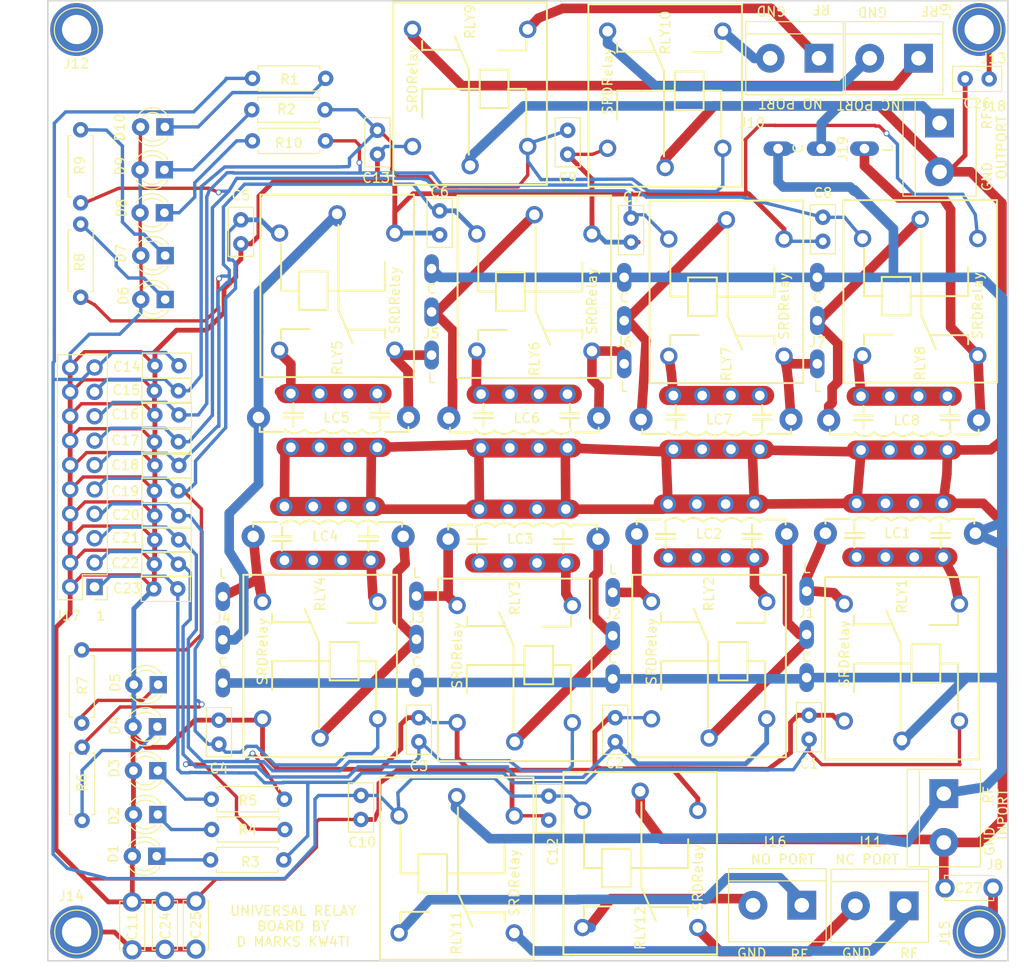
<source format=kicad_pcb>
(kicad_pcb (version 4) (host pcbnew 4.0.7)
  (layers (0 F.Cu signal) (31 B.Cu signal) (34 B.Paste user) (35 F.Paste user) (36 B.SilkS user) (37 F.SilkS user) (38 B.Mask user) (39 F.Mask user) (44 Edge.Cuts user))
  (net 0 "")
  (net 1 RFGND)
  (net 2 "Net-(J1-Pad2)")
  (net 3 "Net-(J1-Pad1)")
  (net 4 "Net-(J2-Pad2)")
  (net 5 "Net-(J2-Pad1)")
  (net 6 "Net-(J3-Pad2)")
  (net 7 "Net-(J3-Pad1)")
  (net 8 "Net-(J4-Pad2)")
  (net 9 "Net-(J4-Pad1)")
  (net 10 "Net-(J5-Pad2)")
  (net 11 "Net-(J5-Pad1)")
  (net 12 "Net-(J6-Pad2)")
  (net 13 "Net-(J6-Pad1)")
  (net 14 "Net-(J7-Pad2)")
  (net 15 "Net-(J7-Pad1)")
  (net 16 "Net-(LC2-Pad1)")
  (net 17 "Net-(LC4-Pad1)")
  (net 18 "Net-(LC6-Pad1)")
  (net 19 "Net-(LC3-Pad1)")
  (net 20 "Net-(LC5-Pad1)")
  (net 21 "Net-(LC7-Pad1)")
  (net 22 "Net-(J10-Pad1)")
  (net 23 "Net-(J9-Pad1)")
  (net 24 RLY1)
  (net 25 RLY2)
  (net 26 RLY3)
  (net 27 RLY4)
  (net 28 RLY5)
  (net 29 RLY6)
  (net 30 RLY7)
  (net 31 RLY8)
  (net 32 +5V)
  (net 33 "Net-(J9-Pad2)")
  (net 34 "Net-(J10-Pad2)")
  (net 35 "Net-(D1-Pad1)")
  (net 36 "Net-(D2-Pad1)")
  (net 37 "Net-(D3-Pad1)")
  (net 38 "Net-(D4-Pad1)")
  (net 39 "Net-(D5-Pad1)")
  (net 40 "Net-(D6-Pad1)")
  (net 41 "Net-(D7-Pad1)")
  (net 42 "Net-(D8-Pad1)")
  (net 43 RLY10)
  (net 44 RLY9)
  (net 45 "Net-(D9-Pad1)")
  (net 46 "Net-(D10-Pad1)")
  (net 47 RFSIG)
  (net 48 "Net-(J11-Pad1)")
  (net 49 "Net-(J11-Pad2)")
  (net 50 "Net-(J16-Pad1)")
  (net 51 "Net-(J16-Pad2)")
  (net 52 "Net-(J18-Pad1)")
  (net 53 "Net-(J19-Pad1)")
  (net 54 "Net-(LC8-Pad1)")
  (net 55 "Net-(C11-Pad1)")
  (net 56 "Net-(LC1-Pad1)")
  (net 57 "Net-(C26-Pad1)")
  (net 58 "Net-(C27-Pad1)")
  (module Capacitors_THT:C_Disc_D5.0mm_W2.5mm_P2.50mm (layer F.Cu) (at 90.805 71.882 270)
    (fp_text reference C6 (at -1.9685 0 540) (layer F.SilkS))
    (fp_text value "10 nF")
    (pad 1 thru_hole circle (at 0 0 270) (size 1.6 1.6) (drill 0.8) (layers *.Cu *.Mask) (net 29 RLY6))
    (pad 2 thru_hole circle (at 2.5 0 270) (size 1.6 1.6) (drill 0.8) (layers *.Cu *.Mask) (net 32 +5V))
  )
  (module Capacitors_THT:C_Disc_D5.0mm_W2.5mm_P2.50mm (layer F.Cu) (at 63.53556 111.25708 180)
    (fp_text reference C23 (at 5.3086 0.05588 180) (layer F.SilkS))
    (fp_text value "10 nF")
    (pad 1 thru_hole circle (at 0 0 180) (size 1.6 1.6) (drill 0.8) (layers *.Cu *.Mask) (net 24 RLY1))
    (pad 2 thru_hole circle (at 2.5 0 180) (size 1.6 1.6) (drill 0.8) (layers *.Cu *.Mask) (net 32 +5V))
  )
  (module tuner:SRDXXRelay (layer F.Cu) (at 118.872 118.7958 90)
    (fp_text reference RLY2 (at 7 0 90) (layer F.SilkS))
    (fp_text value SPDTRelay)
    (fp_text user SRDRelay (at 1 -6 90) (layer F.SilkS))
    (pad 4 thru_hole circle (at -6 -6 90) (size 1.8 1.8) (drill 1.1) (layers *.Cu *.Mask) (net 32 +5V))
    (pad 2 thru_hole circle (at 6.2 -6 90) (size 1.8 1.8) (drill 1.1) (layers *.Cu *.Mask) (net 5 "Net-(J2-Pad1)"))
    (pad 3 thru_hole circle (at 6.2 6 90) (size 1.8 1.8) (drill 1.1) (layers *.Cu *.Mask) (net 16 "Net-(LC2-Pad1)"))
    (pad 1 thru_hole circle (at -8 0 90) (size 1.8 1.8) (drill 1.1) (layers *.Cu *.Mask) (net 2 "Net-(J1-Pad2)"))
    (pad 5 thru_hole circle (at -6 6 90) (size 1.8 1.8) (drill 1.1) (layers *.Cu *.Mask) (net 25 RLY2))
  )
  (module tuner:SRDXXRelay (layer F.Cu) (at 80.137 80.2005 270)
    (fp_text reference RLY5 (at 7 0 270) (layer F.SilkS))
    (fp_text value SPDTRelay)
    (fp_text user SRDRelay (at 1 -6 270) (layer F.SilkS))
    (pad 4 thru_hole circle (at -6 -6 270) (size 1.8 1.8) (drill 1.1) (layers *.Cu *.Mask) (net 32 +5V))
    (pad 2 thru_hole circle (at 6.2 -6 270) (size 1.8 1.8) (drill 1.1) (layers *.Cu *.Mask) (net 11 "Net-(J5-Pad1)"))
    (pad 3 thru_hole circle (at 6.2 6 270) (size 1.8 1.8) (drill 1.1) (layers *.Cu *.Mask) (net 20 "Net-(LC5-Pad1)"))
    (pad 1 thru_hole circle (at -8 0 270) (size 1.8 1.8) (drill 1.1) (layers *.Cu *.Mask) (net 8 "Net-(J4-Pad2)"))
    (pad 5 thru_hole circle (at -6 6 270) (size 1.8 1.8) (drill 1.1) (layers *.Cu *.Mask) (net 28 RLY5))
  )
  (module LEDs:LED_D3.0mm (layer F.Cu) (at 61.45784 130.19024 180)
    (fp_text reference D3 (at 4.53644 0.2286 450) (layer F.SilkS))
    (fp_text value LED)
    (pad 1 thru_hole rect (at 0 0 180) (size 1.8 1.8) (drill 0.9) (layers *.Cu *.Mask) (net 37 "Net-(D3-Pad1)"))
    (pad 2 thru_hole circle (at 2.54 0 180) (size 1.8 1.8) (drill 0.9) (layers *.Cu *.Mask) (net 32 +5V))
  )
  (module Resistors_THT:R_Axial_DIN0207_L6.3mm_D2.5mm_P7.62mm_Horizontal (layer F.Cu) (at 53.4162 63.43904 270)
    (fp_text reference R9 (at 3.7084 0.0762 270) (layer F.SilkS))
    (fp_text value 1k)
    (pad 1 thru_hole circle (at 0 0 270) (size 1.6 1.6) (drill 0.8) (layers *.Cu *.Mask) (net 41 "Net-(D7-Pad1)"))
    (pad 2 thru_hole oval (at 7.62 0 270) (size 1.6 1.6) (drill 0.8) (layers *.Cu *.Mask) (net 30 RLY7))
  )
  (module LEDs:LED_D3.0mm (layer F.Cu) (at 61.341 139.10564 180)
    (fp_text reference D1 (at 4.5339 0.2667 450) (layer F.SilkS))
    (fp_text value LED)
    (pad 1 thru_hole rect (at 0 0 180) (size 1.8 1.8) (drill 0.9) (layers *.Cu *.Mask) (net 35 "Net-(D1-Pad1)"))
    (pad 2 thru_hole circle (at 2.54 0 180) (size 1.8 1.8) (drill 0.9) (layers *.Cu *.Mask) (net 32 +5V))
  )
  (module LEDs:LED_D3.0mm (layer F.Cu) (at 61.45784 134.76224 180)
    (fp_text reference D2 (at 4.58216 -0.14224 450) (layer F.SilkS))
    (fp_text value LED)
    (pad 1 thru_hole rect (at 0 0 180) (size 1.8 1.8) (drill 0.9) (layers *.Cu *.Mask) (net 36 "Net-(D2-Pad1)"))
    (pad 2 thru_hole circle (at 2.54 0 180) (size 1.8 1.8) (drill 0.9) (layers *.Cu *.Mask) (net 32 +5V))
  )
  (module Connectors_Terminal_Blocks:TerminalBlock_bornier-2_P5.08mm (layer F.Cu) (at 143.3195 132.588 270)
    (fp_text reference J8 (at 7.42188 -5.2959 540) (layer F.SilkS))
    (fp_text value Conn_01x02)
    (pad 1 thru_hole rect (at 0 0 270) (size 3 3) (drill 1.52) (layers *.Cu *.Mask) (net 47 RFSIG))
    (pad 2 thru_hole circle (at 5.08 0 270) (size 3 3) (drill 1.52) (layers *.Cu *.Mask) (net 1 RFGND))
  )
  (module Connectors_Terminal_Blocks:TerminalBlock_bornier-2_P5.08mm (layer F.Cu) (at 130.31216 55.99176 180)
    (fp_text reference J10 (at 6.9596 -6.731 180) (layer F.SilkS))
    (fp_text value Conn_01x02)
    (pad 1 thru_hole rect (at 0 0 180) (size 3 3) (drill 1.52) (layers *.Cu *.Mask) (net 22 "Net-(J10-Pad1)"))
    (pad 2 thru_hole circle (at 5.08 0 180) (size 3 3) (drill 1.52) (layers *.Cu *.Mask) (net 34 "Net-(J10-Pad2)"))
  )
  (module Capacitors_THT:C_Disc_D5.0mm_W2.5mm_P2.50mm (layer F.Cu) (at 129.286 126.9238 90)
    (fp_text reference C1 (at -2.54 0 180) (layer F.SilkS))
    (fp_text value "10 nF")
    (pad 1 thru_hole circle (at 0 0 90) (size 1.6 1.6) (drill 0.8) (layers *.Cu *.Mask) (net 24 RLY1))
    (pad 2 thru_hole circle (at 2.5 0 90) (size 1.6 1.6) (drill 0.8) (layers *.Cu *.Mask) (net 32 +5V))
  )
  (module Capacitors_THT:C_Disc_D5.0mm_W2.5mm_P2.50mm (layer F.Cu) (at 109.093 127.1778 90)
    (fp_text reference C2 (at -2.2352 -0.0635 180) (layer F.SilkS))
    (fp_text value "10 nF")
    (pad 1 thru_hole circle (at 0 0 90) (size 1.6 1.6) (drill 0.8) (layers *.Cu *.Mask) (net 25 RLY2))
    (pad 2 thru_hole circle (at 2.5 0 90) (size 1.6 1.6) (drill 0.8) (layers *.Cu *.Mask) (net 32 +5V))
  )
  (module Capacitors_THT:C_Disc_D5.0mm_W2.5mm_P2.50mm (layer F.Cu) (at 88.646 127.1778 90)
    (fp_text reference C3 (at -2.54 0 180) (layer F.SilkS))
    (fp_text value "10 nF")
    (pad 1 thru_hole circle (at 0 0 90) (size 1.6 1.6) (drill 0.8) (layers *.Cu *.Mask) (net 26 RLY3))
    (pad 2 thru_hole circle (at 2.5 0 90) (size 1.6 1.6) (drill 0.8) (layers *.Cu *.Mask) (net 32 +5V))
  )
  (module Capacitors_THT:C_Disc_D5.0mm_W2.5mm_P2.50mm (layer F.Cu) (at 67.818 127.4318 90)
    (fp_text reference C4 (at -2.54 0 180) (layer F.SilkS))
    (fp_text value "10 nF")
    (pad 1 thru_hole circle (at 0 0 90) (size 1.6 1.6) (drill 0.8) (layers *.Cu *.Mask) (net 27 RLY4))
    (pad 2 thru_hole circle (at 2.5 0 90) (size 1.6 1.6) (drill 0.8) (layers *.Cu *.Mask) (net 32 +5V))
  )
  (module Capacitors_THT:C_Disc_D5.0mm_W2.5mm_P2.50mm (layer F.Cu) (at 70.104 72.8218 270)
    (fp_text reference C5 (at -2.54 0 360) (layer F.SilkS))
    (fp_text value "10 nF")
    (pad 1 thru_hole circle (at 0 0 270) (size 1.6 1.6) (drill 0.8) (layers *.Cu *.Mask) (net 28 RLY5))
    (pad 2 thru_hole circle (at 2.5 0 270) (size 1.6 1.6) (drill 0.8) (layers *.Cu *.Mask) (net 32 +5V))
  )
  (module Capacitors_THT:C_Disc_D5.0mm_W2.5mm_P2.50mm (layer F.Cu) (at 110.744 72.644 270)
    (fp_text reference C7 (at -2.1844 -0.1143 360) (layer F.SilkS))
    (fp_text value "10 nF")
    (pad 1 thru_hole circle (at 0 0 270) (size 1.6 1.6) (drill 0.8) (layers *.Cu *.Mask) (net 30 RLY7))
    (pad 2 thru_hole circle (at 2.5 0 270) (size 1.6 1.6) (drill 0.8) (layers *.Cu *.Mask) (net 32 +5V))
  )
  (module Capacitors_THT:C_Disc_D5.0mm_W2.5mm_P2.50mm (layer F.Cu) (at 130.7211 72.5551 270)
    (fp_text reference C8 (at -2.54 0 360) (layer F.SilkS))
    (fp_text value "10 nF")
    (pad 1 thru_hole circle (at 0 0 270) (size 1.6 1.6) (drill 0.8) (layers *.Cu *.Mask) (net 31 RLY8))
    (pad 2 thru_hole circle (at 2.5 0 270) (size 1.6 1.6) (drill 0.8) (layers *.Cu *.Mask) (net 32 +5V))
  )
  (module Capacitors_THT:C_Disc_D5.0mm_W2.5mm_P2.50mm (layer F.Cu) (at 104.14 63.5 270)
    (fp_text reference C9 (at 4.953 0 540) (layer F.SilkS))
    (fp_text value "10 nF")
    (pad 1 thru_hole circle (at 0 0 270) (size 1.6 1.6) (drill 0.8) (layers *.Cu *.Mask) (net 44 RLY9))
    (pad 2 thru_hole circle (at 2.5 0 270) (size 1.6 1.6) (drill 0.8) (layers *.Cu *.Mask) (net 32 +5V))
  )
  (module Capacitors_THT:C_Disc_D5.0mm_W2.5mm_P2.50mm (layer F.Cu) (at 82.6135 132.7785 270)
    (fp_text reference C10 (at 4.8768 -0.127 540) (layer F.SilkS))
    (fp_text value "10 nF")
    (pad 1 thru_hole circle (at 0 0 270) (size 1.6 1.6) (drill 0.8) (layers *.Cu *.Mask) (net 43 RLY10))
    (pad 2 thru_hole circle (at 2.5 0 270) (size 1.6 1.6) (drill 0.8) (layers *.Cu *.Mask) (net 32 +5V))
  )
  (module Resistors_THT:R_Axial_DIN0207_L6.3mm_D2.5mm_P7.62mm_Horizontal (layer F.Cu) (at 78.93304 58.0898 180)
    (fp_text reference R1 (at 3.7592 -0.1016 180) (layer F.SilkS))
    (fp_text value 1k)
    (pad 1 thru_hole circle (at 0 0 180) (size 1.6 1.6) (drill 0.8) (layers *.Cu *.Mask) (net 46 "Net-(D10-Pad1)"))
    (pad 2 thru_hole oval (at 7.62 0 180) (size 1.6 1.6) (drill 0.8) (layers *.Cu *.Mask) (net 43 RLY10))
  )
  (module Connectors_Terminal_Blocks:TerminalBlock_bornier-2_P5.08mm (layer F.Cu) (at 140.68044 55.99176 180)
    (fp_text reference J9 (at -2.8575 4.9022 450) (layer F.SilkS))
    (fp_text value Conn_01x02)
    (pad 1 thru_hole rect (at 0 0 180) (size 3 3) (drill 1.52) (layers *.Cu *.Mask) (net 23 "Net-(J9-Pad1)"))
    (pad 2 thru_hole circle (at 5.08 0 180) (size 3 3) (drill 1.52) (layers *.Cu *.Mask) (net 33 "Net-(J9-Pad2)"))
  )
  (module Connectors:1pin (layer F.Cu) (at 147 53)
    (fp_text reference J13 (at 1.5138 3.007 180) (layer F.SilkS))
    (fp_text value Conn_01x01)
    (pad 1 thru_hole circle (at 0 0) (size 5.5 5.5) (drill 3.048) (layers *.Cu *.Mask) (net 57 "Net-(C26-Pad1)"))
  )
  (module Connectors:1pin (layer F.Cu) (at 53 147)
    (fp_text reference J14 (at -0.549 -3.744) (layer F.SilkS))
    (fp_text value Conn_01x01)
    (pad 1 thru_hole circle (at 0 0) (size 5.5 5.5) (drill 3.048) (layers *.Cu *.Mask) (net 55 "Net-(C11-Pad1)"))
  )
  (module Resistors_THT:R_Axial_DIN0207_L6.3mm_D2.5mm_P7.62mm_Horizontal (layer F.Cu) (at 71.247 61.35624)
    (fp_text reference R2 (at 3.6068 -0.0508) (layer F.SilkS))
    (fp_text value 1k)
    (pad 1 thru_hole circle (at 0 0) (size 1.6 1.6) (drill 0.8) (layers *.Cu *.Mask) (net 45 "Net-(D9-Pad1)"))
    (pad 2 thru_hole oval (at 7.62 0) (size 1.6 1.6) (drill 0.8) (layers *.Cu *.Mask) (net 44 RLY9))
  )
  (module LEDs:LED_D3.0mm (layer F.Cu) (at 61.4172 125.61824 180)
    (fp_text reference D4 (at 4.4196 0.11684 450) (layer F.SilkS))
    (fp_text value LED)
    (pad 1 thru_hole rect (at 0 0 180) (size 1.8 1.8) (drill 0.9) (layers *.Cu *.Mask) (net 38 "Net-(D4-Pad1)"))
    (pad 2 thru_hole circle (at 2.54 0 180) (size 1.8 1.8) (drill 0.9) (layers *.Cu *.Mask) (net 32 +5V))
  )
  (module LEDs:LED_D3.0mm (layer F.Cu) (at 61.4934 121.2342 180)
    (fp_text reference D5 (at 4.4704 0.2032 450) (layer F.SilkS))
    (fp_text value LED)
    (pad 1 thru_hole rect (at 0 0 180) (size 1.8 1.8) (drill 0.9) (layers *.Cu *.Mask) (net 39 "Net-(D5-Pad1)"))
    (pad 2 thru_hole circle (at 2.54 0 180) (size 1.8 1.8) (drill 0.9) (layers *.Cu *.Mask) (net 32 +5V))
  )
  (module LEDs:LED_D3.0mm (layer F.Cu) (at 62.21984 81.11744 180)
    (fp_text reference D6 (at 4.3434 0.381 450) (layer F.SilkS))
    (fp_text value LED)
    (pad 1 thru_hole rect (at 0 0 180) (size 1.8 1.8) (drill 0.9) (layers *.Cu *.Mask) (net 40 "Net-(D6-Pad1)"))
    (pad 2 thru_hole circle (at 2.54 0 180) (size 1.8 1.8) (drill 0.9) (layers *.Cu *.Mask) (net 32 +5V))
  )
  (module LEDs:LED_D3.0mm (layer F.Cu) (at 62.21984 76.54544 180)
    (fp_text reference D7 (at 4.61264 0.2286 450) (layer F.SilkS))
    (fp_text value LED)
    (pad 1 thru_hole rect (at 0 0 180) (size 1.8 1.8) (drill 0.9) (layers *.Cu *.Mask) (net 41 "Net-(D7-Pad1)"))
    (pad 2 thru_hole circle (at 2.54 0 180) (size 1.8 1.8) (drill 0.9) (layers *.Cu *.Mask) (net 32 +5V))
  )
  (module LEDs:LED_D3.0mm (layer F.Cu) (at 62.14364 72.0852 180)
    (fp_text reference D8 (at 4.45516 0.49276 450) (layer F.SilkS))
    (fp_text value LED)
    (pad 1 thru_hole rect (at 0 0 180) (size 1.8 1.8) (drill 0.9) (layers *.Cu *.Mask) (net 42 "Net-(D8-Pad1)"))
    (pad 2 thru_hole circle (at 2.54 0 180) (size 1.8 1.8) (drill 0.9) (layers *.Cu *.Mask) (net 32 +5V))
  )
  (module Resistors_THT:R_Axial_DIN0207_L6.3mm_D2.5mm_P7.62mm_Horizontal (layer F.Cu) (at 66.94424 139.48664)
    (fp_text reference R3 (at 4.1529 0.2286) (layer F.SilkS))
    (fp_text value 1k)
    (pad 1 thru_hole circle (at 0 0) (size 1.6 1.6) (drill 0.8) (layers *.Cu *.Mask) (net 35 "Net-(D1-Pad1)"))
    (pad 2 thru_hole oval (at 7.62 0) (size 1.6 1.6) (drill 0.8) (layers *.Cu *.Mask) (net 24 RLY1))
  )
  (module Resistors_THT:R_Axial_DIN0207_L6.3mm_D2.5mm_P7.62mm_Horizontal (layer F.Cu) (at 67.056 136.3218)
    (fp_text reference R4 (at 3.7465 0.0254) (layer F.SilkS))
    (fp_text value 1k)
    (pad 1 thru_hole circle (at 0 0) (size 1.6 1.6) (drill 0.8) (layers *.Cu *.Mask) (net 36 "Net-(D2-Pad1)"))
    (pad 2 thru_hole oval (at 7.62 0) (size 1.6 1.6) (drill 0.8) (layers *.Cu *.Mask) (net 25 RLY2))
  )
  (module Resistors_THT:R_Axial_DIN0207_L6.3mm_D2.5mm_P7.62mm_Horizontal (layer F.Cu) (at 67.02044 133.16204)
    (fp_text reference R5 (at 3.8227 0.1397) (layer F.SilkS))
    (fp_text value 1k)
    (pad 1 thru_hole circle (at 0 0) (size 1.6 1.6) (drill 0.8) (layers *.Cu *.Mask) (net 37 "Net-(D3-Pad1)"))
    (pad 2 thru_hole oval (at 7.62 0) (size 1.6 1.6) (drill 0.8) (layers *.Cu *.Mask) (net 26 RLY3))
  )
  (module Resistors_THT:R_Axial_DIN0207_L6.3mm_D2.5mm_P7.62mm_Horizontal (layer F.Cu) (at 53.5686 135.37184 90)
    (fp_text reference R6 (at 3.937 0.0127 90) (layer F.SilkS))
    (fp_text value 1k)
    (pad 1 thru_hole circle (at 0 0 90) (size 1.6 1.6) (drill 0.8) (layers *.Cu *.Mask) (net 38 "Net-(D4-Pad1)"))
    (pad 2 thru_hole oval (at 7.62 0 90) (size 1.6 1.6) (drill 0.8) (layers *.Cu *.Mask) (net 27 RLY4))
  )
  (module Resistors_THT:R_Axial_DIN0207_L6.3mm_D2.5mm_P7.62mm_Horizontal (layer F.Cu) (at 53.53304 125.23724 90)
    (fp_text reference R7 (at 3.9116 0.0762 90) (layer F.SilkS))
    (fp_text value 1k)
    (pad 1 thru_hole circle (at 0 0 90) (size 1.6 1.6) (drill 0.8) (layers *.Cu *.Mask) (net 39 "Net-(D5-Pad1)"))
    (pad 2 thru_hole oval (at 7.62 0 90) (size 1.6 1.6) (drill 0.8) (layers *.Cu *.Mask) (net 28 RLY5))
  )
  (module Resistors_THT:R_Axial_DIN0207_L6.3mm_D2.5mm_P7.62mm_Horizontal (layer F.Cu) (at 53.4162 73.26884 270)
    (fp_text reference R8 (at 3.9624 0.1016 270) (layer F.SilkS))
    (fp_text value 1k)
    (pad 1 thru_hole circle (at 0 0 270) (size 1.6 1.6) (drill 0.8) (layers *.Cu *.Mask) (net 40 "Net-(D6-Pad1)"))
    (pad 2 thru_hole oval (at 7.62 0 270) (size 1.6 1.6) (drill 0.8) (layers *.Cu *.Mask) (net 29 RLY6))
  )
  (module Resistors_THT:R_Axial_DIN0207_L6.3mm_D2.5mm_P7.62mm_Horizontal (layer F.Cu) (at 71.30288 64.59728)
    (fp_text reference R10 (at 3.7973 0.2159) (layer F.SilkS))
    (fp_text value 1k)
    (pad 1 thru_hole circle (at 0 0) (size 1.6 1.6) (drill 0.8) (layers *.Cu *.Mask) (net 42 "Net-(D8-Pad1)"))
    (pad 2 thru_hole oval (at 7.62 0) (size 1.6 1.6) (drill 0.8) (layers *.Cu *.Mask) (net 31 RLY8))
  )
  (module tuner:ThreeJumperPt (layer F.Cu) (at 130.14452 83.31708 90)
    (fp_text reference J7 (at -2.25 0 360) (layer F.SilkS))
    (fp_text value Conn_01x03)
    (fp_text user C (at 2.4 0 180) (layer F.SilkS))
    (fp_text user L (at -6.9 0 180) (layer F.SilkS))
    (pad 2 thru_hole oval (at 0 0 90) (size 3 1.5) (drill 1) (layers *.Cu *.Mask) (net 14 "Net-(J7-Pad2)"))
    (pad 3 thru_hole oval (at 4.5 0 90) (size 3 1.5) (drill 1) (layers *.Cu *.Mask) (net 47 RFSIG))
    (pad 1 thru_hole oval (at -4.5 0 90) (size 3 1.5) (drill 1) (layers *.Cu *.Mask) (net 15 "Net-(J7-Pad1)"))
  )
  (module tuner:ThreeJumperPt (layer F.Cu) (at 110.02772 83.31708 90)
    (fp_text reference J6 (at -2.25 0 360) (layer F.SilkS))
    (fp_text value Conn_01x03)
    (fp_text user C (at 2.4 0 180) (layer F.SilkS))
    (fp_text user L (at -6.9 0 180) (layer F.SilkS))
    (pad 2 thru_hole oval (at 0 0 90) (size 3 1.5) (drill 1) (layers *.Cu *.Mask) (net 12 "Net-(J6-Pad2)"))
    (pad 3 thru_hole oval (at 4.5 0 90) (size 3 1.5) (drill 1) (layers *.Cu *.Mask) (net 47 RFSIG))
    (pad 1 thru_hole oval (at -4.5 0 90) (size 3 1.5) (drill 1) (layers *.Cu *.Mask) (net 13 "Net-(J6-Pad1)"))
  )
  (module tuner:ThreeJumperPt (layer F.Cu) (at 89.9668 82.4103 90)
    (fp_text reference J5 (at -2.25 0 360) (layer F.SilkS))
    (fp_text value Conn_01x03)
    (fp_text user C (at 2.4 0 180) (layer F.SilkS))
    (fp_text user L (at -6.9 0 180) (layer F.SilkS))
    (pad 2 thru_hole oval (at 0 0 90) (size 3 1.5) (drill 1) (layers *.Cu *.Mask) (net 10 "Net-(J5-Pad2)"))
    (pad 3 thru_hole oval (at 4.5 0 90) (size 3 1.5) (drill 1) (layers *.Cu *.Mask) (net 47 RFSIG))
    (pad 1 thru_hole oval (at -4.5 0 90) (size 3 1.5) (drill 1) (layers *.Cu *.Mask) (net 11 "Net-(J5-Pad1)"))
  )
  (module tuner:ThreeJumperPt (layer F.Cu) (at 88.392 116.5098 270)
    (fp_text reference J3 (at -2.25 0 540) (layer F.SilkS))
    (fp_text value Conn_01x03)
    (fp_text user C (at 2.4 0 360) (layer F.SilkS))
    (fp_text user L (at -6.9 0 360) (layer F.SilkS))
    (pad 2 thru_hole oval (at 0 0 270) (size 3 1.5) (drill 1) (layers *.Cu *.Mask) (net 6 "Net-(J3-Pad2)"))
    (pad 3 thru_hole oval (at 4.5 0 270) (size 3 1.5) (drill 1) (layers *.Cu *.Mask) (net 47 RFSIG))
    (pad 1 thru_hole oval (at -4.5 0 270) (size 3 1.5) (drill 1) (layers *.Cu *.Mask) (net 7 "Net-(J3-Pad1)"))
  )
  (module tuner:ThreeJumperPt (layer F.Cu) (at 108.839 116.1288 270)
    (fp_text reference J2 (at -2.25 0 540) (layer F.SilkS))
    (fp_text value Conn_01x03)
    (fp_text user C (at 2.4 0 360) (layer F.SilkS))
    (fp_text user L (at -6.9 0 360) (layer F.SilkS))
    (pad 2 thru_hole oval (at 0 0 270) (size 3 1.5) (drill 1) (layers *.Cu *.Mask) (net 4 "Net-(J2-Pad2)"))
    (pad 3 thru_hole oval (at 4.5 0 270) (size 3 1.5) (drill 1) (layers *.Cu *.Mask) (net 47 RFSIG))
    (pad 1 thru_hole oval (at -4.5 0 270) (size 3 1.5) (drill 1) (layers *.Cu *.Mask) (net 5 "Net-(J2-Pad1)"))
  )
  (module tuner:ThreeJumperPt (layer F.Cu) (at 129.032 116.0018 270)
    (fp_text reference J1 (at -2.25 0 540) (layer F.SilkS))
    (fp_text value Conn_01x03)
    (fp_text user C (at 2.4 0 360) (layer F.SilkS))
    (fp_text user L (at -6.9 0 360) (layer F.SilkS))
    (pad 2 thru_hole oval (at 0 0 270) (size 3 1.5) (drill 1) (layers *.Cu *.Mask) (net 2 "Net-(J1-Pad2)"))
    (pad 3 thru_hole oval (at 4.5 0 270) (size 3 1.5) (drill 1) (layers *.Cu *.Mask) (net 47 RFSIG))
    (pad 1 thru_hole oval (at -4.5 0 270) (size 3 1.5) (drill 1) (layers *.Cu *.Mask) (net 3 "Net-(J1-Pad1)"))
  )
  (module LEDs:LED_D3.0mm (layer F.Cu) (at 62.13856 67.6148 180)
    (fp_text reference D9 (at 4.58216 0.39116 270) (layer F.SilkS))
    (fp_text value LED)
    (pad 1 thru_hole rect (at 0 0 180) (size 1.8 1.8) (drill 0.9) (layers *.Cu *.Mask) (net 45 "Net-(D9-Pad1)"))
    (pad 2 thru_hole circle (at 2.54 0 180) (size 1.8 1.8) (drill 0.9) (layers *.Cu *.Mask) (net 32 +5V))
  )
  (module LEDs:LED_D3.0mm (layer F.Cu) (at 62.19444 63.1444 180)
    (fp_text reference D10 (at 4.68884 -0.0508 270) (layer F.SilkS))
    (fp_text value LED)
    (pad 1 thru_hole rect (at 0 0 180) (size 1.8 1.8) (drill 0.9) (layers *.Cu *.Mask) (net 46 "Net-(D10-Pad1)"))
    (pad 2 thru_hole circle (at 2.54 0 180) (size 1.8 1.8) (drill 0.9) (layers *.Cu *.Mask) (net 32 +5V))
  )
  (module tuner:ThreeJumperPt (layer F.Cu) (at 68.2244 116.5606 270)
    (fp_text reference J4 (at -2.25 0 540) (layer F.SilkS))
    (fp_text value Conn_01x03)
    (fp_text user C (at 2.4 0 360) (layer F.SilkS))
    (fp_text user L (at -6.9 0 360) (layer F.SilkS))
    (pad 2 thru_hole oval (at 0 0 270) (size 3 1.5) (drill 1) (layers *.Cu *.Mask) (net 8 "Net-(J4-Pad2)"))
    (pad 3 thru_hole oval (at 4.5 0 270) (size 3 1.5) (drill 1) (layers *.Cu *.Mask) (net 47 RFSIG))
    (pad 1 thru_hole oval (at -4.5 0 270) (size 3 1.5) (drill 1) (layers *.Cu *.Mask) (net 9 "Net-(J4-Pad1)"))
  )
  (module Connectors_Terminal_Blocks:TerminalBlock_bornier-2_P5.08mm (layer F.Cu) (at 139.192 144.272 180)
    (fp_text reference J11 (at 3.6195 6.6675 360) (layer F.SilkS))
    (fp_text value Conn_01x02)
    (pad 1 thru_hole rect (at 0 0 180) (size 3 3) (drill 1.52) (layers *.Cu *.Mask) (net 48 "Net-(J11-Pad1)"))
    (pad 2 thru_hole circle (at 5.08 0 180) (size 3 3) (drill 1.52) (layers *.Cu *.Mask) (net 49 "Net-(J11-Pad2)"))
  )
  (module Connectors_Terminal_Blocks:TerminalBlock_bornier-2_P5.08mm (layer F.Cu) (at 128.524 144.2085 180)
    (fp_text reference J16 (at 2.921 6.604 360) (layer F.SilkS))
    (fp_text value Conn_01x02)
    (pad 1 thru_hole rect (at 0 0 180) (size 3 3) (drill 1.52) (layers *.Cu *.Mask) (net 50 "Net-(J16-Pad1)"))
    (pad 2 thru_hole circle (at 5.08 0 180) (size 3 3) (drill 1.52) (layers *.Cu *.Mask) (net 51 "Net-(J16-Pad2)"))
  )
  (module Connectors_Terminal_Blocks:TerminalBlock_bornier-2_P5.08mm (layer F.Cu) (at 142.875 62.738 270)
    (fp_text reference J18 (at -1.7399 -5.6007 360) (layer F.SilkS))
    (fp_text value Conn_01x02)
    (pad 1 thru_hole rect (at 0 0 270) (size 3 3) (drill 1.52) (layers *.Cu *.Mask) (net 52 "Net-(J18-Pad1)"))
    (pad 2 thru_hole circle (at 5.08 0 270) (size 3 3) (drill 1.52) (layers *.Cu *.Mask) (net 1 RFGND))
  )
  (module tuner:ThreeJumperPt (layer F.Cu) (at 130.556 65.405 180)
    (fp_text reference J19 (at -2.25 0 450) (layer F.SilkS))
    (fp_text value Conn_01x03)
    (fp_text user C (at 2.4 0 270) (layer F.SilkS))
    (fp_text user L (at -6.9 0 270) (layer F.SilkS))
    (pad 2 thru_hole oval (at 0 0 180) (size 3 1.5) (drill 1) (layers *.Cu *.Mask) (net 52 "Net-(J18-Pad1)"))
    (pad 3 thru_hole oval (at 4.5 0 180) (size 3 1.5) (drill 1) (layers *.Cu *.Mask) (net 47 RFSIG))
    (pad 1 thru_hole oval (at -4.5 0 180) (size 3 1.5) (drill 1) (layers *.Cu *.Mask) (net 53 "Net-(J19-Pad1)"))
  )
  (module Pin_Headers:Pin_Header_Straight_2x10_Pitch2.54mm (layer F.Cu) (at 54.864 111.0615 180)
    (fp_text reference J17 (at 2.794 -2.9845 180) (layer F.SilkS))
    (fp_text value Conn_02x10_Odd_Even)
    (pad 1 thru_hole rect (at 0 0 180) (size 1.7 1.7) (drill 1) (layers *.Cu *.Mask) (net 24 RLY1))
    (pad 2 thru_hole oval (at 2.54 0 180) (size 1.7 1.7) (drill 1) (layers *.Cu *.Mask) (net 32 +5V))
    (pad 3 thru_hole oval (at 0 2.54 180) (size 1.7 1.7) (drill 1) (layers *.Cu *.Mask) (net 25 RLY2))
    (pad 4 thru_hole oval (at 2.54 2.54 180) (size 1.7 1.7) (drill 1) (layers *.Cu *.Mask) (net 32 +5V))
    (pad 5 thru_hole oval (at 0 5.08 180) (size 1.7 1.7) (drill 1) (layers *.Cu *.Mask) (net 26 RLY3))
    (pad 6 thru_hole oval (at 2.54 5.08 180) (size 1.7 1.7) (drill 1) (layers *.Cu *.Mask) (net 32 +5V))
    (pad 7 thru_hole oval (at 0 7.62 180) (size 1.7 1.7) (drill 1) (layers *.Cu *.Mask) (net 27 RLY4))
    (pad 8 thru_hole oval (at 2.54 7.62 180) (size 1.7 1.7) (drill 1) (layers *.Cu *.Mask) (net 32 +5V))
    (pad 9 thru_hole oval (at 0 10.16 180) (size 1.7 1.7) (drill 1) (layers *.Cu *.Mask) (net 28 RLY5))
    (pad 10 thru_hole oval (at 2.54 10.16 180) (size 1.7 1.7) (drill 1) (layers *.Cu *.Mask) (net 32 +5V))
    (pad 11 thru_hole oval (at 0 12.7 180) (size 1.7 1.7) (drill 1) (layers *.Cu *.Mask) (net 29 RLY6))
    (pad 12 thru_hole oval (at 2.54 12.7 180) (size 1.7 1.7) (drill 1) (layers *.Cu *.Mask) (net 32 +5V))
    (pad 13 thru_hole oval (at 0 15.24 180) (size 1.7 1.7) (drill 1) (layers *.Cu *.Mask) (net 30 RLY7))
    (pad 14 thru_hole oval (at 2.54 15.24 180) (size 1.7 1.7) (drill 1) (layers *.Cu *.Mask) (net 32 +5V))
    (pad 15 thru_hole oval (at 0 17.78 180) (size 1.7 1.7) (drill 1) (layers *.Cu *.Mask) (net 31 RLY8))
    (pad 16 thru_hole oval (at 2.54 17.78 180) (size 1.7 1.7) (drill 1) (layers *.Cu *.Mask) (net 32 +5V))
    (pad 17 thru_hole oval (at 0 20.32 180) (size 1.7 1.7) (drill 1) (layers *.Cu *.Mask) (net 44 RLY9))
    (pad 18 thru_hole oval (at 2.54 20.32 180) (size 1.7 1.7) (drill 1) (layers *.Cu *.Mask) (net 32 +5V))
    (pad 19 thru_hole oval (at 0 22.86 180) (size 1.7 1.7) (drill 1) (layers *.Cu *.Mask) (net 43 RLY10))
    (pad 20 thru_hole oval (at 2.54 22.86 180) (size 1.7 1.7) (drill 1) (layers *.Cu *.Mask) (net 32 +5V))
  )
  (module tuner:SRDXXRelay (layer F.Cu) (at 111.6965 140.335 270)
    (fp_text reference RLY12 (at 6.2484 0 270) (layer F.SilkS))
    (fp_text value SPDTRelay)
    (fp_text user SRDRelay (at 1 -6 270) (layer F.SilkS))
    (pad 4 thru_hole circle (at -6 -6 270) (size 1.8 1.8) (drill 1.1) (layers *.Cu *.Mask) (net 32 +5V))
    (pad 2 thru_hole circle (at 6.2 -6 270) (size 1.8 1.8) (drill 1.1) (layers *.Cu *.Mask) (net 49 "Net-(J11-Pad2)"))
    (pad 3 thru_hole circle (at 6.2 6 270) (size 1.8 1.8) (drill 1.1) (layers *.Cu *.Mask) (net 51 "Net-(J16-Pad2)"))
    (pad 1 thru_hole circle (at -8 0 270) (size 1.8 1.8) (drill 1.1) (layers *.Cu *.Mask) (net 1 RFGND))
    (pad 5 thru_hole circle (at -6 6 270) (size 1.8 1.8) (drill 1.1) (layers *.Cu *.Mask) (net 43 RLY10))
  )
  (module tuner:SRDXXRelay (layer F.Cu) (at 92.583 140.8938 270)
    (fp_text reference RLY11 (at 6.18236 0.04572 270) (layer F.SilkS))
    (fp_text value SPDTRelay)
    (fp_text user SRDRelay (at 1 -6 270) (layer F.SilkS))
    (pad 4 thru_hole circle (at -6 -6 270) (size 1.8 1.8) (drill 1.1) (layers *.Cu *.Mask) (net 32 +5V))
    (pad 2 thru_hole circle (at 6.2 -6 270) (size 1.8 1.8) (drill 1.1) (layers *.Cu *.Mask) (net 48 "Net-(J11-Pad1)"))
    (pad 3 thru_hole circle (at 6.2 6 270) (size 1.8 1.8) (drill 1.1) (layers *.Cu *.Mask) (net 50 "Net-(J16-Pad1)"))
    (pad 1 thru_hole circle (at -8 0 270) (size 1.8 1.8) (drill 1.1) (layers *.Cu *.Mask) (net 47 RFSIG))
    (pad 5 thru_hole circle (at -6 6 270) (size 1.8 1.8) (drill 1.1) (layers *.Cu *.Mask) (net 43 RLY10))
  )
  (module tuner:SRDXXRelay (layer F.Cu) (at 114.3 59.3725 90)
    (fp_text reference RLY10 (at 6.0452 0.0127 90) (layer F.SilkS))
    (fp_text value SPDTRelay)
    (fp_text user SRDRelay (at 1 -6 90) (layer F.SilkS))
    (pad 4 thru_hole circle (at -6 -6 90) (size 1.8 1.8) (drill 1.1) (layers *.Cu *.Mask) (net 32 +5V))
    (pad 2 thru_hole circle (at 6.2 -6 90) (size 1.8 1.8) (drill 1.1) (layers *.Cu *.Mask) (net 33 "Net-(J9-Pad2)"))
    (pad 3 thru_hole circle (at 6.2 6 90) (size 1.8 1.8) (drill 1.1) (layers *.Cu *.Mask) (net 34 "Net-(J10-Pad2)"))
    (pad 1 thru_hole circle (at -8 0 90) (size 1.8 1.8) (drill 1.1) (layers *.Cu *.Mask) (net 1 RFGND))
    (pad 5 thru_hole circle (at -6 6 90) (size 1.8 1.8) (drill 1.1) (layers *.Cu *.Mask) (net 44 RLY9))
  )
  (module tuner:SRDXXRelay (layer F.Cu) (at 138.9507 119.0244 90)
    (fp_text reference RLY1 (at 7 0 90) (layer F.SilkS))
    (fp_text value SPDTRelay)
    (fp_text user SRDRelay (at 1 -6 90) (layer F.SilkS))
    (pad 4 thru_hole circle (at -6 -6 90) (size 1.8 1.8) (drill 1.1) (layers *.Cu *.Mask) (net 32 +5V))
    (pad 2 thru_hole circle (at 6.2 -6 90) (size 1.8 1.8) (drill 1.1) (layers *.Cu *.Mask) (net 3 "Net-(J1-Pad1)"))
    (pad 3 thru_hole circle (at 6.2 6 90) (size 1.8 1.8) (drill 1.1) (layers *.Cu *.Mask) (net 56 "Net-(LC1-Pad1)"))
    (pad 1 thru_hole circle (at -8 0 90) (size 1.8 1.8) (drill 1.1) (layers *.Cu *.Mask) (net 47 RFSIG))
    (pad 5 thru_hole circle (at -6 6 90) (size 1.8 1.8) (drill 1.1) (layers *.Cu *.Mask) (net 24 RLY1))
  )
  (module tuner:SRDXXRelay (layer F.Cu) (at 78.359 118.7958 90)
    (fp_text reference RLY4 (at 7 0 90) (layer F.SilkS))
    (fp_text value SPDTRelay)
    (fp_text user SRDRelay (at 1 -6 90) (layer F.SilkS))
    (pad 4 thru_hole circle (at -6 -6 90) (size 1.8 1.8) (drill 1.1) (layers *.Cu *.Mask) (net 32 +5V))
    (pad 2 thru_hole circle (at 6.2 -6 90) (size 1.8 1.8) (drill 1.1) (layers *.Cu *.Mask) (net 9 "Net-(J4-Pad1)"))
    (pad 3 thru_hole circle (at 6.2 6 90) (size 1.8 1.8) (drill 1.1) (layers *.Cu *.Mask) (net 17 "Net-(LC4-Pad1)"))
    (pad 1 thru_hole circle (at -8 0 90) (size 1.8 1.8) (drill 1.1) (layers *.Cu *.Mask) (net 6 "Net-(J3-Pad2)"))
    (pad 5 thru_hole circle (at -6 6 90) (size 1.8 1.8) (drill 1.1) (layers *.Cu *.Mask) (net 27 RLY4))
  )
  (module tuner:SRDXXRelay (layer F.Cu) (at 100.6729 80.2894 270)
    (fp_text reference RLY6 (at 7 0 270) (layer F.SilkS))
    (fp_text value SPDTRelay)
    (fp_text user SRDRelay (at 1 -6 270) (layer F.SilkS))
    (pad 4 thru_hole circle (at -6 -6 270) (size 1.8 1.8) (drill 1.1) (layers *.Cu *.Mask) (net 32 +5V))
    (pad 2 thru_hole circle (at 6.2 -6 270) (size 1.8 1.8) (drill 1.1) (layers *.Cu *.Mask) (net 13 "Net-(J6-Pad1)"))
    (pad 3 thru_hole circle (at 6.2 6 270) (size 1.8 1.8) (drill 1.1) (layers *.Cu *.Mask) (net 18 "Net-(LC6-Pad1)"))
    (pad 1 thru_hole circle (at -8 0 270) (size 1.8 1.8) (drill 1.1) (layers *.Cu *.Mask) (net 10 "Net-(J5-Pad2)"))
    (pad 5 thru_hole circle (at -6 6 270) (size 1.8 1.8) (drill 1.1) (layers *.Cu *.Mask) (net 29 RLY6))
  )
  (module tuner:SRDXXRelay (layer F.Cu) (at 140.8557 80.772 270)
    (fp_text reference RLY8 (at 7 0 270) (layer F.SilkS))
    (fp_text value SPDTRelay)
    (fp_text user SRDRelay (at 1 -6 270) (layer F.SilkS))
    (pad 4 thru_hole circle (at -6 -6 270) (size 1.8 1.8) (drill 1.1) (layers *.Cu *.Mask) (net 32 +5V))
    (pad 2 thru_hole circle (at 6.2 -6 270) (size 1.8 1.8) (drill 1.1) (layers *.Cu *.Mask) (net 53 "Net-(J19-Pad1)"))
    (pad 3 thru_hole circle (at 6.2 6 270) (size 1.8 1.8) (drill 1.1) (layers *.Cu *.Mask) (net 54 "Net-(LC8-Pad1)"))
    (pad 1 thru_hole circle (at -8 0 270) (size 1.8 1.8) (drill 1.1) (layers *.Cu *.Mask) (net 14 "Net-(J7-Pad2)"))
    (pad 5 thru_hole circle (at -6 6 270) (size 1.8 1.8) (drill 1.1) (layers *.Cu *.Mask) (net 31 RLY8))
  )
  (module tuner:SRDXXRelay (layer F.Cu) (at 93.98 59.182 90)
    (fp_text reference RLY9 (at 7 0 90) (layer F.SilkS))
    (fp_text value SPDTRelay)
    (fp_text user SRDRelay (at 1 -6 90) (layer F.SilkS))
    (pad 4 thru_hole circle (at -6 -6 90) (size 1.8 1.8) (drill 1.1) (layers *.Cu *.Mask) (net 32 +5V))
    (pad 2 thru_hole circle (at 6.2 -6 90) (size 1.8 1.8) (drill 1.1) (layers *.Cu *.Mask) (net 23 "Net-(J9-Pad1)"))
    (pad 3 thru_hole circle (at 6.2 6 90) (size 1.8 1.8) (drill 1.1) (layers *.Cu *.Mask) (net 22 "Net-(J10-Pad1)"))
    (pad 1 thru_hole circle (at -8 0 90) (size 1.8 1.8) (drill 1.1) (layers *.Cu *.Mask) (net 52 "Net-(J18-Pad1)"))
    (pad 5 thru_hole circle (at -6 6 90) (size 1.8 1.8) (drill 1.1) (layers *.Cu *.Mask) (net 44 RLY9))
  )
  (module tuner:SRDXXRelay (layer F.Cu) (at 120.6754 80.8228 270)
    (fp_text reference RLY7 (at 7 0 270) (layer F.SilkS))
    (fp_text value SPDTRelay)
    (fp_text user SRDRelay (at 1 -6 270) (layer F.SilkS))
    (pad 4 thru_hole circle (at -6 -6 270) (size 1.8 1.8) (drill 1.1) (layers *.Cu *.Mask) (net 32 +5V))
    (pad 2 thru_hole circle (at 6.2 -6 270) (size 1.8 1.8) (drill 1.1) (layers *.Cu *.Mask) (net 15 "Net-(J7-Pad1)"))
    (pad 3 thru_hole circle (at 6.2 6 270) (size 1.8 1.8) (drill 1.1) (layers *.Cu *.Mask) (net 21 "Net-(LC7-Pad1)"))
    (pad 1 thru_hole circle (at -8 0 270) (size 1.8 1.8) (drill 1.1) (layers *.Cu *.Mask) (net 12 "Net-(J6-Pad2)"))
    (pad 5 thru_hole circle (at -6 6 270) (size 1.8 1.8) (drill 1.1) (layers *.Cu *.Mask) (net 30 RLY7))
  )
  (module tuner:SRDXXRelay (layer F.Cu) (at 98.6282 119.19204 90)
    (fp_text reference RLY3 (at 7 0 90) (layer F.SilkS))
    (fp_text value SPDTRelay)
    (fp_text user SRDRelay (at 1 -6 90) (layer F.SilkS))
    (pad 4 thru_hole circle (at -6 -6 90) (size 1.8 1.8) (drill 1.1) (layers *.Cu *.Mask) (net 32 +5V))
    (pad 2 thru_hole circle (at 6.2 -6 90) (size 1.8 1.8) (drill 1.1) (layers *.Cu *.Mask) (net 7 "Net-(J3-Pad1)"))
    (pad 3 thru_hole circle (at 6.2 6 90) (size 1.8 1.8) (drill 1.1) (layers *.Cu *.Mask) (net 19 "Net-(LC3-Pad1)"))
    (pad 1 thru_hole circle (at -8 0 90) (size 1.8 1.8) (drill 1.1) (layers *.Cu *.Mask) (net 4 "Net-(J2-Pad2)"))
    (pad 5 thru_hole circle (at -6 6 90) (size 1.8 1.8) (drill 1.1) (layers *.Cu *.Mask) (net 26 RLY3))
  )
  (module Capacitors_THT:C_Disc_D5.0mm_W2.5mm_P2.50mm (layer F.Cu) (at 102.1715 132.842 270)
    (fp_text reference C12 (at 5.79374 -0.42164 270) (layer F.SilkS))
    (fp_text value "10 nF")
    (pad 1 thru_hole circle (at 0 0 270) (size 1.6 1.6) (drill 0.8) (layers *.Cu *.Mask) (net 43 RLY10))
    (pad 2 thru_hole circle (at 2.5 0 270) (size 1.6 1.6) (drill 0.8) (layers *.Cu *.Mask) (net 32 +5V))
  )
  (module Capacitors_THT:C_Disc_D5.0mm_W2.5mm_P2.50mm (layer F.Cu) (at 84.328 63.5 270)
    (fp_text reference C13 (at 4.953 0.127 360) (layer F.SilkS))
    (fp_text value "10 nF")
    (pad 1 thru_hole circle (at 0 0 270) (size 1.6 1.6) (drill 0.8) (layers *.Cu *.Mask) (net 44 RLY9))
    (pad 2 thru_hole circle (at 2.5 0 270) (size 1.6 1.6) (drill 0.8) (layers *.Cu *.Mask) (net 32 +5V))
  )
  (module Capacitors_THT:C_Disc_D5.0mm_W2.5mm_P2.50mm (layer F.Cu) (at 63.6524 88.011 180)
    (fp_text reference C14 (at 5.39496 -0.11684 360) (layer F.SilkS))
    (fp_text value "10 nF")
    (pad 1 thru_hole circle (at 0 0 180) (size 1.6 1.6) (drill 0.8) (layers *.Cu *.Mask) (net 43 RLY10))
    (pad 2 thru_hole circle (at 2.5 0 180) (size 1.6 1.6) (drill 0.8) (layers *.Cu *.Mask) (net 32 +5V))
  )
  (module Capacitors_THT:C_Disc_D5.0mm_W2.5mm_P2.50mm (layer F.Cu) (at 63.6016 90.6272 180)
    (fp_text reference C15 (at 5.42036 0.06096 360) (layer F.SilkS))
    (fp_text value "10 nF")
    (pad 1 thru_hole circle (at 0 0 180) (size 1.6 1.6) (drill 0.8) (layers *.Cu *.Mask) (net 44 RLY9))
    (pad 2 thru_hole circle (at 2.5 0 180) (size 1.6 1.6) (drill 0.8) (layers *.Cu *.Mask) (net 32 +5V))
  )
  (module Capacitors_THT:C_Disc_D5.0mm_W2.5mm_P2.50mm (layer F.Cu) (at 63.6524 93.1418 180)
    (fp_text reference C16 (at 5.588 0.06096 360) (layer F.SilkS))
    (fp_text value "10 nF")
    (pad 1 thru_hole circle (at 0 0 180) (size 1.6 1.6) (drill 0.8) (layers *.Cu *.Mask) (net 31 RLY8))
    (pad 2 thru_hole circle (at 2.5 0 180) (size 1.6 1.6) (drill 0.8) (layers *.Cu *.Mask) (net 32 +5V))
  )
  (module Capacitors_THT:C_Disc_D5.0mm_W2.5mm_P2.50mm (layer F.Cu) (at 63.6016 95.9358 180)
    (fp_text reference C17 (at 5.5372 0.1524 360) (layer F.SilkS))
    (fp_text value "10 nF")
    (pad 1 thru_hole circle (at 0 0 180) (size 1.6 1.6) (drill 0.8) (layers *.Cu *.Mask) (net 30 RLY7))
    (pad 2 thru_hole circle (at 2.5 0 180) (size 1.6 1.6) (drill 0.8) (layers *.Cu *.Mask) (net 32 +5V))
  )
  (module Capacitors_THT:C_Disc_D5.0mm_W2.5mm_P2.50mm (layer F.Cu) (at 63.6524 98.3996 180)
    (fp_text reference C18 (at 5.588 0.0254 360) (layer F.SilkS))
    (fp_text value "10 nF")
    (pad 1 thru_hole circle (at 0 0 180) (size 1.6 1.6) (drill 0.8) (layers *.Cu *.Mask) (net 29 RLY6))
    (pad 2 thru_hole circle (at 2.5 0 180) (size 1.6 1.6) (drill 0.8) (layers *.Cu *.Mask) (net 32 +5V))
  )
  (module Capacitors_THT:C_Disc_D5.0mm_W2.5mm_P2.50mm (layer F.Cu) (at 63.6016 101.0412 180)
    (fp_text reference C19 (at 5.54228 -0.04572 360) (layer F.SilkS))
    (fp_text value "10 nF")
    (pad 1 thru_hole circle (at 0 0 180) (size 1.6 1.6) (drill 0.8) (layers *.Cu *.Mask) (net 28 RLY5))
    (pad 2 thru_hole circle (at 2.5 0 180) (size 1.6 1.6) (drill 0.8) (layers *.Cu *.Mask) (net 32 +5V))
  )
  (module Capacitors_THT:C_Disc_D5.0mm_W2.5mm_P2.50mm (layer F.Cu) (at 63.627 103.632 180)
    (fp_text reference C20 (at 5.5118 0.08636 360) (layer F.SilkS))
    (fp_text value "10 nF")
    (pad 1 thru_hole circle (at 0 0 180) (size 1.6 1.6) (drill 0.8) (layers *.Cu *.Mask) (net 27 RLY4))
    (pad 2 thru_hole circle (at 2.5 0 180) (size 1.6 1.6) (drill 0.8) (layers *.Cu *.Mask) (net 32 +5V))
  )
  (module Capacitors_THT:C_Disc_D5.0mm_W2.5mm_P2.50mm (layer F.Cu) (at 63.627 106.1466 180)
    (fp_text reference C21 (at 5.5118 0.19812 360) (layer F.SilkS))
    (fp_text value "10 nF")
    (pad 1 thru_hole circle (at 0 0 180) (size 1.6 1.6) (drill 0.8) (layers *.Cu *.Mask) (net 26 RLY3))
    (pad 2 thru_hole circle (at 2.5 0 180) (size 1.6 1.6) (drill 0.8) (layers *.Cu *.Mask) (net 32 +5V))
  )
  (module Capacitors_THT:C_Disc_D5.0mm_W2.5mm_P2.50mm (layer F.Cu) (at 63.59144 108.6866 180)
    (fp_text reference C22 (at 5.53212 0.11176 360) (layer F.SilkS))
    (fp_text value "10 nF")
    (pad 1 thru_hole circle (at 0 0 180) (size 1.6 1.6) (drill 0.8) (layers *.Cu *.Mask) (net 25 RLY2))
    (pad 2 thru_hole circle (at 2.5 0 180) (size 1.6 1.6) (drill 0.8) (layers *.Cu *.Mask) (net 32 +5V))
  )
  (module Connectors:1pin (layer F.Cu) (at 52.959 53.0352)
    (fp_text reference J12 (at 0 3.5052) (layer F.SilkS))
    (fp_text value Conn_01x01)
    (pad 1 thru_hole circle (at 0.041 -0.0352) (size 5.5 5.5) (drill 3.048) (layers *.Cu *.Mask))
  )
  (module Capacitors_THT:C_Disc_D5.0mm_W2.5mm_P5.00mm (layer F.Cu) (at 58.79084 148.85924 90)
    (fp_text reference C11 (at 2.413 0 90) (layer F.SilkS))
    (fp_text value "10 nF")
    (pad 1 thru_hole circle (at 0 0 90) (size 2 2) (drill 1.2) (layers *.Cu *.Mask) (net 55 "Net-(C11-Pad1)"))
    (pad 2 thru_hole circle (at 5 0 90) (size 2 2) (drill 1.2) (layers *.Cu *.Mask) (net 32 +5V))
  )
  (module tuner:MultiCAPIND (layer F.Cu) (at 119.3419 105.537 90)
    (fp_text reference LC2 (at 0.008 -0.5 180) (layer F.SilkS))
    (fp_text value CAPIND)
    (pad 1 thru_hole circle (at -2.492 -4.746 90) (size 1.7 1.7) (drill 1) (layers *.Cu *.Mask) (net 16 "Net-(LC2-Pad1)"))
    (pad 1 thru_hole circle (at -2.492 -1.746 90) (size 1.7 1.7) (drill 1) (layers *.Cu *.Mask) (net 16 "Net-(LC2-Pad1)"))
    (pad 1 thru_hole circle (at -2.492 1.254 90) (size 1.7 1.7) (drill 1) (layers *.Cu *.Mask) (net 16 "Net-(LC2-Pad1)"))
    (pad 1 thru_hole circle (at -2.492 4.254 90) (size 1.7 1.7) (drill 1) (layers *.Cu *.Mask) (net 16 "Net-(LC2-Pad1)"))
    (pad 2 thru_hole circle (at 3.111 -4.746 90) (size 1.7 1.7) (drill 1) (layers *.Cu *.Mask) (net 1 RFGND))
    (pad 2 thru_hole circle (at 3.111 -1.746 90) (size 1.7 1.7) (drill 1) (layers *.Cu *.Mask) (net 1 RFGND))
    (pad 2 thru_hole circle (at 3.111 1.254 90) (size 1.7 1.7) (drill 1) (layers *.Cu *.Mask) (net 1 RFGND))
    (pad 2 thru_hole circle (at 3.111 4.254 90) (size 1.7 1.7) (drill 1) (layers *.Cu *.Mask) (net 1 RFGND))
    (pad 1 smd oval (at -2.492 -0.246 90) (size 2 12) (layers F.Cu F.Paste F.Mask) (net 16 "Net-(LC2-Pad1)"))
    (pad 2 smd oval (at 3.111 -0.246 90) (size 2 12) (layers F.Cu F.Paste F.Mask) (net 1 RFGND))
    (pad 3 thru_hole circle (at 0 -8 90) (size 2.4 2.4) (drill 1.2) (layers *.Cu *.Mask) (net 5 "Net-(J2-Pad1)"))
    (pad 4 thru_hole circle (at 0 7.62 90) (size 2.4 2.4) (drill 1.2) (layers *.Cu *.Mask) (net 2 "Net-(J1-Pad2)"))
  )
  (module tuner:MultiCAPIND (layer F.Cu) (at 138.9888 105.4608 90)
    (fp_text reference LC1 (at 0.008 -0.5 180) (layer F.SilkS))
    (fp_text value CAPIND)
    (pad 1 thru_hole circle (at -2.492 -4.746 90) (size 1.7 1.7) (drill 1) (layers *.Cu *.Mask) (net 56 "Net-(LC1-Pad1)"))
    (pad 1 thru_hole circle (at -2.492 -1.746 90) (size 1.7 1.7) (drill 1) (layers *.Cu *.Mask) (net 56 "Net-(LC1-Pad1)"))
    (pad 1 thru_hole circle (at -2.492 1.254 90) (size 1.7 1.7) (drill 1) (layers *.Cu *.Mask) (net 56 "Net-(LC1-Pad1)"))
    (pad 1 thru_hole circle (at -2.492 4.254 90) (size 1.7 1.7) (drill 1) (layers *.Cu *.Mask) (net 56 "Net-(LC1-Pad1)"))
    (pad 2 thru_hole circle (at 3.111 -4.746 90) (size 1.7 1.7) (drill 1) (layers *.Cu *.Mask) (net 1 RFGND))
    (pad 2 thru_hole circle (at 3.111 -1.746 90) (size 1.7 1.7) (drill 1) (layers *.Cu *.Mask) (net 1 RFGND))
    (pad 2 thru_hole circle (at 3.111 1.254 90) (size 1.7 1.7) (drill 1) (layers *.Cu *.Mask) (net 1 RFGND))
    (pad 2 thru_hole circle (at 3.111 4.254 90) (size 1.7 1.7) (drill 1) (layers *.Cu *.Mask) (net 1 RFGND))
    (pad 1 smd oval (at -2.492 -0.246 90) (size 2 12) (layers F.Cu F.Paste F.Mask) (net 56 "Net-(LC1-Pad1)"))
    (pad 2 smd oval (at 3.111 -0.246 90) (size 2 12) (layers F.Cu F.Paste F.Mask) (net 1 RFGND))
    (pad 3 thru_hole circle (at 0 -8 90) (size 2.4 2.4) (drill 1.2) (layers *.Cu *.Mask) (net 3 "Net-(J1-Pad1)"))
    (pad 4 thru_hole circle (at 0 7.62 90) (size 2.4 2.4) (drill 1.2) (layers *.Cu *.Mask) (net 47 RFSIG))
  )
  (module tuner:MultiCAPIND (layer F.Cu) (at 99.695 106.0704 90)
    (fp_text reference LC3 (at 0.008 -0.5 180) (layer F.SilkS))
    (fp_text value CAPIND)
    (pad 1 thru_hole circle (at -2.492 -4.746 90) (size 1.7 1.7) (drill 1) (layers *.Cu *.Mask) (net 19 "Net-(LC3-Pad1)"))
    (pad 1 thru_hole circle (at -2.492 -1.746 90) (size 1.7 1.7) (drill 1) (layers *.Cu *.Mask) (net 19 "Net-(LC3-Pad1)"))
    (pad 1 thru_hole circle (at -2.492 1.254 90) (size 1.7 1.7) (drill 1) (layers *.Cu *.Mask) (net 19 "Net-(LC3-Pad1)"))
    (pad 1 thru_hole circle (at -2.492 4.254 90) (size 1.7 1.7) (drill 1) (layers *.Cu *.Mask) (net 19 "Net-(LC3-Pad1)"))
    (pad 2 thru_hole circle (at 3.111 -4.746 90) (size 1.7 1.7) (drill 1) (layers *.Cu *.Mask) (net 1 RFGND))
    (pad 2 thru_hole circle (at 3.111 -1.746 90) (size 1.7 1.7) (drill 1) (layers *.Cu *.Mask) (net 1 RFGND))
    (pad 2 thru_hole circle (at 3.111 1.254 90) (size 1.7 1.7) (drill 1) (layers *.Cu *.Mask) (net 1 RFGND))
    (pad 2 thru_hole circle (at 3.111 4.254 90) (size 1.7 1.7) (drill 1) (layers *.Cu *.Mask) (net 1 RFGND))
    (pad 1 smd oval (at -2.492 -0.246 90) (size 2 12) (layers F.Cu F.Paste F.Mask) (net 19 "Net-(LC3-Pad1)"))
    (pad 2 smd oval (at 3.111 -0.246 90) (size 2 12) (layers F.Cu F.Paste F.Mask) (net 1 RFGND))
    (pad 3 thru_hole circle (at 0 -8 90) (size 2.4 2.4) (drill 1.2) (layers *.Cu *.Mask) (net 7 "Net-(J3-Pad1)"))
    (pad 4 thru_hole circle (at 0 7.62 90) (size 2.4 2.4) (drill 1.2) (layers *.Cu *.Mask) (net 4 "Net-(J2-Pad2)"))
  )
  (module tuner:MultiCAPIND (layer F.Cu) (at 79.3877 105.791 90)
    (fp_text reference LC4 (at 0.008 -0.5 180) (layer F.SilkS))
    (fp_text value CAPIND)
    (pad 1 thru_hole circle (at -2.492 -4.746 90) (size 1.7 1.7) (drill 1) (layers *.Cu *.Mask) (net 17 "Net-(LC4-Pad1)"))
    (pad 1 thru_hole circle (at -2.492 -1.746 90) (size 1.7 1.7) (drill 1) (layers *.Cu *.Mask) (net 17 "Net-(LC4-Pad1)"))
    (pad 1 thru_hole circle (at -2.492 1.254 90) (size 1.7 1.7) (drill 1) (layers *.Cu *.Mask) (net 17 "Net-(LC4-Pad1)"))
    (pad 1 thru_hole circle (at -2.492 4.254 90) (size 1.7 1.7) (drill 1) (layers *.Cu *.Mask) (net 17 "Net-(LC4-Pad1)"))
    (pad 2 thru_hole circle (at 3.111 -4.746 90) (size 1.7 1.7) (drill 1) (layers *.Cu *.Mask) (net 1 RFGND))
    (pad 2 thru_hole circle (at 3.111 -1.746 90) (size 1.7 1.7) (drill 1) (layers *.Cu *.Mask) (net 1 RFGND))
    (pad 2 thru_hole circle (at 3.111 1.254 90) (size 1.7 1.7) (drill 1) (layers *.Cu *.Mask) (net 1 RFGND))
    (pad 2 thru_hole circle (at 3.111 4.254 90) (size 1.7 1.7) (drill 1) (layers *.Cu *.Mask) (net 1 RFGND))
    (pad 1 smd oval (at -2.492 -0.246 90) (size 2 12) (layers F.Cu F.Paste F.Mask) (net 17 "Net-(LC4-Pad1)"))
    (pad 2 smd oval (at 3.111 -0.246 90) (size 2 12) (layers F.Cu F.Paste F.Mask) (net 1 RFGND))
    (pad 3 thru_hole circle (at 0 -8 90) (size 2.4 2.4) (drill 1.2) (layers *.Cu *.Mask) (net 9 "Net-(J4-Pad1)"))
    (pad 4 thru_hole circle (at 0 7.62 90) (size 2.4 2.4) (drill 1.2) (layers *.Cu *.Mask) (net 6 "Net-(J3-Pad2)"))
  )
  (module tuner:MultiCAPIND (layer F.Cu) (at 79.5655 93.4085 270)
    (fp_text reference LC5 (at 0.008 -0.5 360) (layer F.SilkS))
    (fp_text value CAPIND)
    (pad 1 thru_hole circle (at -2.492 -4.746 270) (size 1.7 1.7) (drill 1) (layers *.Cu *.Mask) (net 20 "Net-(LC5-Pad1)"))
    (pad 1 thru_hole circle (at -2.492 -1.746 270) (size 1.7 1.7) (drill 1) (layers *.Cu *.Mask) (net 20 "Net-(LC5-Pad1)"))
    (pad 1 thru_hole circle (at -2.492 1.254 270) (size 1.7 1.7) (drill 1) (layers *.Cu *.Mask) (net 20 "Net-(LC5-Pad1)"))
    (pad 1 thru_hole circle (at -2.492 4.254 270) (size 1.7 1.7) (drill 1) (layers *.Cu *.Mask) (net 20 "Net-(LC5-Pad1)"))
    (pad 2 thru_hole circle (at 3.111 -4.746 270) (size 1.7 1.7) (drill 1) (layers *.Cu *.Mask) (net 1 RFGND))
    (pad 2 thru_hole circle (at 3.111 -1.746 270) (size 1.7 1.7) (drill 1) (layers *.Cu *.Mask) (net 1 RFGND))
    (pad 2 thru_hole circle (at 3.111 1.254 270) (size 1.7 1.7) (drill 1) (layers *.Cu *.Mask) (net 1 RFGND))
    (pad 2 thru_hole circle (at 3.111 4.254 270) (size 1.7 1.7) (drill 1) (layers *.Cu *.Mask) (net 1 RFGND))
    (pad 1 smd oval (at -2.492 -0.246 270) (size 2 12) (layers F.Cu F.Paste F.Mask) (net 20 "Net-(LC5-Pad1)"))
    (pad 2 smd oval (at 3.111 -0.246 270) (size 2 12) (layers F.Cu F.Paste F.Mask) (net 1 RFGND))
    (pad 3 thru_hole circle (at 0 -8 270) (size 2.4 2.4) (drill 1.2) (layers *.Cu *.Mask) (net 11 "Net-(J5-Pad1)"))
    (pad 4 thru_hole circle (at 0 7.62 270) (size 2.4 2.4) (drill 1.2) (layers *.Cu *.Mask) (net 8 "Net-(J4-Pad2)"))
  )
  (module tuner:MultiCAPIND (layer F.Cu) (at 99.3775 93.472 270)
    (fp_text reference LC6 (at 0.008 -0.5 360) (layer F.SilkS))
    (fp_text value CAPIND)
    (pad 1 thru_hole circle (at -2.492 -4.746 270) (size 1.7 1.7) (drill 1) (layers *.Cu *.Mask) (net 18 "Net-(LC6-Pad1)"))
    (pad 1 thru_hole circle (at -2.492 -1.746 270) (size 1.7 1.7) (drill 1) (layers *.Cu *.Mask) (net 18 "Net-(LC6-Pad1)"))
    (pad 1 thru_hole circle (at -2.492 1.254 270) (size 1.7 1.7) (drill 1) (layers *.Cu *.Mask) (net 18 "Net-(LC6-Pad1)"))
    (pad 1 thru_hole circle (at -2.492 4.254 270) (size 1.7 1.7) (drill 1) (layers *.Cu *.Mask) (net 18 "Net-(LC6-Pad1)"))
    (pad 2 thru_hole circle (at 3.111 -4.746 270) (size 1.7 1.7) (drill 1) (layers *.Cu *.Mask) (net 1 RFGND))
    (pad 2 thru_hole circle (at 3.111 -1.746 270) (size 1.7 1.7) (drill 1) (layers *.Cu *.Mask) (net 1 RFGND))
    (pad 2 thru_hole circle (at 3.111 1.254 270) (size 1.7 1.7) (drill 1) (layers *.Cu *.Mask) (net 1 RFGND))
    (pad 2 thru_hole circle (at 3.111 4.254 270) (size 1.7 1.7) (drill 1) (layers *.Cu *.Mask) (net 1 RFGND))
    (pad 1 smd oval (at -2.492 -0.246 270) (size 2 12) (layers F.Cu F.Paste F.Mask) (net 18 "Net-(LC6-Pad1)"))
    (pad 2 smd oval (at 3.111 -0.246 270) (size 2 12) (layers F.Cu F.Paste F.Mask) (net 1 RFGND))
    (pad 3 thru_hole circle (at 0 -8 270) (size 2.4 2.4) (drill 1.2) (layers *.Cu *.Mask) (net 13 "Net-(J6-Pad1)"))
    (pad 4 thru_hole circle (at 0 7.62 270) (size 2.4 2.4) (drill 1.2) (layers *.Cu *.Mask) (net 10 "Net-(J5-Pad2)"))
  )
  (module tuner:MultiCAPIND (layer F.Cu) (at 119.4054 93.6117 270)
    (fp_text reference LC7 (at 0.008 -0.5 360) (layer F.SilkS))
    (fp_text value CAPIND)
    (pad 1 thru_hole circle (at -2.492 -4.746 270) (size 1.7 1.7) (drill 1) (layers *.Cu *.Mask) (net 21 "Net-(LC7-Pad1)"))
    (pad 1 thru_hole circle (at -2.492 -1.746 270) (size 1.7 1.7) (drill 1) (layers *.Cu *.Mask) (net 21 "Net-(LC7-Pad1)"))
    (pad 1 thru_hole circle (at -2.492 1.254 270) (size 1.7 1.7) (drill 1) (layers *.Cu *.Mask) (net 21 "Net-(LC7-Pad1)"))
    (pad 1 thru_hole circle (at -2.492 4.254 270) (size 1.7 1.7) (drill 1) (layers *.Cu *.Mask) (net 21 "Net-(LC7-Pad1)"))
    (pad 2 thru_hole circle (at 3.111 -4.746 270) (size 1.7 1.7) (drill 1) (layers *.Cu *.Mask) (net 1 RFGND))
    (pad 2 thru_hole circle (at 3.111 -1.746 270) (size 1.7 1.7) (drill 1) (layers *.Cu *.Mask) (net 1 RFGND))
    (pad 2 thru_hole circle (at 3.111 1.254 270) (size 1.7 1.7) (drill 1) (layers *.Cu *.Mask) (net 1 RFGND))
    (pad 2 thru_hole circle (at 3.111 4.254 270) (size 1.7 1.7) (drill 1) (layers *.Cu *.Mask) (net 1 RFGND))
    (pad 1 smd oval (at -2.492 -0.246 270) (size 2 12) (layers F.Cu F.Paste F.Mask) (net 21 "Net-(LC7-Pad1)"))
    (pad 2 smd oval (at 3.111 -0.246 270) (size 2 12) (layers F.Cu F.Paste F.Mask) (net 1 RFGND))
    (pad 3 thru_hole circle (at 0 -8 270) (size 2.4 2.4) (drill 1.2) (layers *.Cu *.Mask) (net 15 "Net-(J7-Pad1)"))
    (pad 4 thru_hole circle (at 0 7.62 270) (size 2.4 2.4) (drill 1.2) (layers *.Cu *.Mask) (net 12 "Net-(J6-Pad2)"))
  )
  (module tuner:MultiCAPIND (layer F.Cu) (at 138.9507 93.6879 270)
    (fp_text reference LC8 (at 0.008 -0.5 360) (layer F.SilkS))
    (fp_text value CAPIND)
    (pad 1 thru_hole circle (at -2.492 -4.746 270) (size 1.7 1.7) (drill 1) (layers *.Cu *.Mask) (net 54 "Net-(LC8-Pad1)"))
    (pad 1 thru_hole circle (at -2.492 -1.746 270) (size 1.7 1.7) (drill 1) (layers *.Cu *.Mask) (net 54 "Net-(LC8-Pad1)"))
    (pad 1 thru_hole circle (at -2.492 1.254 270) (size 1.7 1.7) (drill 1) (layers *.Cu *.Mask) (net 54 "Net-(LC8-Pad1)"))
    (pad 1 thru_hole circle (at -2.492 4.254 270) (size 1.7 1.7) (drill 1) (layers *.Cu *.Mask) (net 54 "Net-(LC8-Pad1)"))
    (pad 2 thru_hole circle (at 3.111 -4.746 270) (size 1.7 1.7) (drill 1) (layers *.Cu *.Mask) (net 1 RFGND))
    (pad 2 thru_hole circle (at 3.111 -1.746 270) (size 1.7 1.7) (drill 1) (layers *.Cu *.Mask) (net 1 RFGND))
    (pad 2 thru_hole circle (at 3.111 1.254 270) (size 1.7 1.7) (drill 1) (layers *.Cu *.Mask) (net 1 RFGND))
    (pad 2 thru_hole circle (at 3.111 4.254 270) (size 1.7 1.7) (drill 1) (layers *.Cu *.Mask) (net 1 RFGND))
    (pad 1 smd oval (at -2.492 -0.246 270) (size 2 12) (layers F.Cu F.Paste F.Mask) (net 54 "Net-(LC8-Pad1)"))
    (pad 2 smd oval (at 3.111 -0.246 270) (size 2 12) (layers F.Cu F.Paste F.Mask) (net 1 RFGND))
    (pad 3 thru_hole circle (at 0 -8 270) (size 2.4 2.4) (drill 1.2) (layers *.Cu *.Mask) (net 53 "Net-(J19-Pad1)"))
    (pad 4 thru_hole circle (at 0 7.62 270) (size 2.4 2.4) (drill 1.2) (layers *.Cu *.Mask) (net 14 "Net-(J7-Pad2)"))
  )
  (module Capacitors_THT:C_Disc_D5.0mm_W2.5mm_P5.00mm (layer F.Cu) (at 62.1919 148.8059 90)
    (fp_text reference C24 (at 2.4638 0.0635 90) (layer F.SilkS))
    (fp_text value "10 nF")
    (pad 1 thru_hole circle (at 0 0 90) (size 2 2) (drill 1.2) (layers *.Cu *.Mask) (net 55 "Net-(C11-Pad1)"))
    (pad 2 thru_hole circle (at 5 0 90) (size 2 2) (drill 1.2) (layers *.Cu *.Mask) (net 32 +5V))
  )
  (module Capacitors_THT:C_Disc_D5.0mm_W2.5mm_P5.00mm (layer F.Cu) (at 65.4177 148.7805 90)
    (fp_text reference C25 (at 2.5146 0 90) (layer F.SilkS))
    (fp_text value "10 nF")
    (pad 1 thru_hole circle (at 0 0 90) (size 2 2) (drill 1.2) (layers *.Cu *.Mask) (net 55 "Net-(C11-Pad1)"))
    (pad 2 thru_hole circle (at 5 0 90) (size 2 2) (drill 1.2) (layers *.Cu *.Mask) (net 32 +5V))
  )
  (module Capacitors_THT:C_Disc_D5.0mm_W2.5mm_P5.00mm (layer F.Cu) (at 148.44776 142.41272 180)
    (fp_text reference C27 (at 2.57048 0 180) (layer F.SilkS))
    (fp_text value "10 nF")
    (pad 1 thru_hole circle (at 0 0 180) (size 2 2) (drill 1.2) (layers *.Cu *.Mask) (net 58 "Net-(C27-Pad1)"))
    (pad 2 thru_hole circle (at 5 0 180) (size 2 2) (drill 1.2) (layers *.Cu *.Mask) (net 1 RFGND))
  )
  (module Connectors:1pin (layer F.Cu) (at 147 147)
    (fp_text reference J15 (at -3.58144 0.13712 90) (layer F.SilkS))
    (fp_text value Conn_01x01)
    (pad 1 thru_hole circle (at 0 0) (size 5.5 5.5) (drill 3.048) (layers *.Cu *.Mask) (net 58 "Net-(C27-Pad1)"))
  )
  (module Capacitors_THT:C_Disc_D5.0mm_W2.5mm_P2.50mm (layer F.Cu) (at 148.04136 58.1406 180)
    (fp_text reference C26 (at 1.25 -2.56 180) (layer F.SilkS))
    (fp_text value "10 nF")
    (pad 1 thru_hole circle (at 0 0 180) (size 1.6 1.6) (drill 0.8) (layers *.Cu *.Mask) (net 57 "Net-(C26-Pad1)"))
    (pad 2 thru_hole circle (at 2.5 0 180) (size 1.6 1.6) (drill 0.8) (layers *.Cu *.Mask) (net 1 RFGND))
  )
  (gr_text RF (at 130.556 50.927 180) (layer F.SilkS) (effects (font (size 1 1))))
  (gr_text RF (at 141.859 51.054 180) (layer F.SilkS) (effects (font (size 1 1))))
  (gr_text GND (at 135.89 51.181 180) (layer F.SilkS) (effects (font (size 1 1))))
  (gr_text GND (at 125.349 51.054 180) (layer F.SilkS) (effects (font (size 1 1))))
  (gr_text "NO PORT" (at 127.381 60.706 180) (layer F.SilkS) (effects (font (size 1 1))))
  (gr_text "NC PORT" (at 135.509 60.833 180) (layer F.SilkS) (effects (font (size 1 1))))
  (gr_text RF (at 128.27 149.352) (layer F.SilkS) (effects (font (size 1 1))))
  (gr_text RF (at 139.7 149.225) (layer F.SilkS) (effects (font (size 1 1))))
  (gr_text GND (at 134.239 149.225) (layer F.SilkS) (effects (font (size 1 1))))
  (gr_text GND (at 123.317 149.225) (layer F.SilkS) (effects (font (size 1 1))))
  (gr_text "NO PORT" (at 126.5555 139.446) (layer F.SilkS) (effects (font (size 1 1))))
  (gr_text RF (at 147.828 62.484 90) (layer F.SilkS) (effects (font (size 1 1))))
  (gr_text GND (at 147.828 68.326 90) (layer F.SilkS) (effects (font (size 1 1))))
  (gr_text GND (at 148.082 137.541 90) (layer F.SilkS) (effects (font (size 1 1))))
  (gr_text RF (at 147.955 132.715 90) (layer F.SilkS) (effects (font (size 1 1))))
  (gr_text 1 (at 55.499 114.046) (layer F.SilkS) (effects (font (size 1 1))))
  (gr_text OUTPORT (at 149.352 65.278 90) (layer F.SilkS) (effects (font (size 1 1))))
  (gr_text INPORT (at 149.479 134.747 90) (layer F.SilkS) (effects (font (size 1 1))))
  (gr_text "NC PORT" (at 135.3185 139.446) (layer F.SilkS) (effects (font (size 1 1))))
  (gr_line (start 150 50) (end 150 150) (angle 90) (layer Edge.Cuts) (width 0.15))
  (gr_text "UNIVERSAL RELAY\nBOARD BY\nD MARKS KW4TI" (at 75.5523 146.4056) (layer F.SilkS) (effects (font (size 1 1))))
  (gr_line (start 50 150) (end 50 50) (angle 90) (layer Edge.Cuts) (width 0.15))
  (gr_line (start 150 150) (end 50 150) (angle 90) (layer Edge.Cuts) (width 0.15))
  (gr_line (start 50 50) (end 150 50) (angle 90) (layer Edge.Cuts) (width 0.15))
  (segment (start 142.875 67.818) (end 143.8148 67.818) (width 0.5) (layer F.Cu) (net 1))
  (segment (start 143.8148 67.818) (end 145.54136 66.09144) (width 0.5) (layer F.Cu) (net 1))
  (segment (start 145.54136 66.09144) (end 145.54136 58.1406) (width 0.5) (layer F.Cu) (net 1))
  (segment (start 143.3195 137.668) (end 143.3195 142.28446) (width 1) (layer F.Cu) (net 1))
  (segment (start 143.3195 142.28446) (end 143.44776 142.41272) (width 1) (layer F.Cu) (net 1))
  (segment (start 149.36724 94.3356) (end 149.36724 108.93044) (width 1) (layer F.Cu) (net 1))
  (segment (start 149.36724 108.93044) (end 149.4282 108.9914) (width 1) (layer F.Cu) (net 1))
  (segment (start 143.3195 137.668) (end 147.066 137.668) (width 1) (layer F.Cu) (net 1))
  (segment (start 147.066 137.668) (end 149.4282 135.3058) (width 1) (layer F.Cu) (net 1))
  (segment (start 149.4282 135.3058) (end 149.4282 128.5748) (width 1) (layer F.Cu) (net 1))
  (segment (start 149.4282 108.9914) (end 149.4282 128.5748) (width 1) (layer F.Cu) (net 1))
  (segment (start 147.4221 102.3498) (end 149.4282 104.3559) (width 1) (layer F.Cu) (net 1))
  (segment (start 147.4221 102.3498) (end 138.7428 102.3498) (width 1) (layer F.Cu) (net 1))
  (segment (start 149.4282 104.3559) (end 149.4282 108.9914) (width 1) (layer F.Cu) (net 1))
  (segment (start 137.182693 137.377251) (end 143.000811 137.349311) (width 1) (layer F.Cu) (net 1))
  (segment (start 143.000811 137.349311) (end 143.3195 137.668) (width 1) (layer F.Cu) (net 1))
  (segment (start 134.2428 102.3498) (end 134.7127 96.8149) (width 1) (layer F.Cu) (net 1))
  (segment (start 134.7127 96.8149) (end 134.6967 96.7989) (width 1) (layer F.Cu) (net 1))
  (segment (start 123.5959 102.426) (end 123.3927 97.4814) (width 1) (layer F.Cu) (net 1))
  (segment (start 123.3927 97.4814) (end 124.1514 96.7227) (width 1) (layer F.Cu) (net 1))
  (segment (start 114.5959 102.426) (end 114.3927 97.4814) (width 1) (layer F.Cu) (net 1))
  (segment (start 114.3927 97.4814) (end 115.1514 96.7227) (width 1) (layer F.Cu) (net 1))
  (segment (start 103.949 102.9594) (end 103.8982 96.8083) (width 1) (layer F.Cu) (net 1))
  (segment (start 103.8982 96.8083) (end 104.1235 96.583) (width 1) (layer F.Cu) (net 1))
  (segment (start 94.949 102.9594) (end 94.8982 96.8083) (width 1) (layer F.Cu) (net 1))
  (segment (start 94.8982 96.8083) (end 95.1235 96.583) (width 1) (layer F.Cu) (net 1))
  (segment (start 83.6417 102.68) (end 83.6925 97.1385) (width 1) (layer F.Cu) (net 1))
  (segment (start 83.6925 97.1385) (end 84.3115 96.5195) (width 1) (layer F.Cu) (net 1))
  (segment (start 111.6965 132.335) (end 111.6965 134.366) (width 1) (layer F.Cu) (net 1))
  (segment (start 113.87836 137.31494) (end 137.182693 137.377251) (width 1) (layer F.Cu) (net 1))
  (segment (start 137.182693 137.377251) (end 137.62736 137.37844) (width 1) (layer F.Cu) (net 1))
  (segment (start 111.6965 134.366) (end 113.87836 137.31494) (width 1) (layer F.Cu) (net 1))
  (segment (start 114.3 67.3725) (end 114.3 66.4845) (width 1) (layer F.Cu) (net 1))
  (segment (start 114.3 66.4845) (end 119.38 60.96) (width 1) (layer F.Cu) (net 1))
  (segment (start 119.38 60.96) (end 136.652 60.96) (width 1) (layer F.Cu) (net 1))
  (segment (start 136.652 60.96) (end 142.875 67.183) (width 1) (layer F.Cu) (net 1))
  (segment (start 142.875 67.183) (end 142.875 67.818) (width 1) (layer F.Cu) (net 1))
  (segment (start 143.6967 96.7989) (end 143.6967 97.1893) (width 1) (layer F.Cu) (net 1))
  (segment (start 143.6967 97.1893) (end 143.637 99.32924) (width 1) (layer F.Cu) (net 1))
  (segment (start 143.637 99.32924) (end 143.2428 102.3498) (width 1) (layer F.Cu) (net 1))
  (segment (start 119.6514 96.7227) (end 134.5062 96.9894) (width 1) (layer F.Cu) (net 1))
  (segment (start 134.5062 96.9894) (end 134.6967 96.7989) (width 1) (layer F.Cu) (net 1))
  (segment (start 104.1235 96.583) (end 119.2069 97.1672) (width 1) (layer F.Cu) (net 1))
  (segment (start 119.2069 97.1672) (end 119.6514 96.7227) (width 1) (layer F.Cu) (net 1))
  (segment (start 84.3115 96.5195) (end 94.7679 96.2274) (width 1) (layer F.Cu) (net 1))
  (segment (start 94.7679 96.2274) (end 95.1235 96.583) (width 1) (layer F.Cu) (net 1))
  (segment (start 74.6417 102.68) (end 74.6925 97.1385) (width 1) (layer F.Cu) (net 1))
  (segment (start 74.6925 97.1385) (end 75.3115 96.5195) (width 1) (layer F.Cu) (net 1))
  (segment (start 94.949 102.9594) (end 83.9211 102.9594) (width 1) (layer F.Cu) (net 1))
  (segment (start 83.9211 102.9594) (end 83.6417 102.68) (width 1) (layer F.Cu) (net 1))
  (segment (start 103.949 102.9594) (end 114.0625 102.9594) (width 1) (layer F.Cu) (net 1))
  (segment (start 114.0625 102.9594) (end 114.5959 102.426) (width 1) (layer F.Cu) (net 1))
  (segment (start 123.5959 102.426) (end 134.2428 102.3498) (width 1) (layer F.Cu) (net 1))
  (segment (start 142.875 67.818) (end 146.10588 67.818) (width 1) (layer F.Cu) (net 1))
  (segment (start 148.17344 96.774) (end 143.6967 96.7989) (width 1) (layer F.Cu) (net 1))
  (segment (start 149.36724 95.8342) (end 148.17344 96.774) (width 1) (layer F.Cu) (net 1))
  (segment (start 149.36724 71.07936) (end 149.36724 94.3356) (width 1) (layer F.Cu) (net 1))
  (segment (start 149.36724 94.3356) (end 149.36724 95.8342) (width 1) (layer F.Cu) (net 1))
  (segment (start 146.10588 67.818) (end 149.36724 71.07936) (width 1) (layer F.Cu) (net 1))
  (segment (start 129.032 116.0018) (end 128.27 116.0018) (width 1) (layer F.Cu) (net 2))
  (segment (start 127.04064 114.77244) (end 127.04064 105.61574) (width 1) (layer F.Cu) (net 2))
  (segment (start 128.27 116.0018) (end 127.04064 114.77244) (width 1) (layer F.Cu) (net 2))
  (segment (start 127.04064 105.61574) (end 126.9619 105.537) (width 1) (layer F.Cu) (net 2))
  (segment (start 129.032 116.0018) (end 129.032 116.6358) (width 1) (layer F.Cu) (net 2))
  (segment (start 129.032 116.6358) (end 118.872 126.7958) (width 1) (layer F.Cu) (net 2))
  (segment (start 129.032 111.5018) (end 129.032 110.1471) (width 1) (layer F.Cu) (net 3))
  (segment (start 129.032 110.1471) (end 130.3782 107.10164) (width 1) (layer F.Cu) (net 3))
  (segment (start 130.3782 107.10164) (end 130.9888 105.4608) (width 1) (layer F.Cu) (net 3))
  (segment (start 129.032 111.5018) (end 129.8829 111.5018) (width 1) (layer F.Cu) (net 3))
  (segment (start 129.8829 111.5018) (end 131.8641 111.6711) (width 1) (layer F.Cu) (net 3))
  (segment (start 131.8641 111.6711) (end 132.9507 112.8244) (width 1) (layer F.Cu) (net 3))
  (segment (start 108.839 116.1288) (end 108.839 116.98124) (width 1) (layer F.Cu) (net 4))
  (segment (start 108.839 116.98124) (end 98.6282 127.19204) (width 1) (layer F.Cu) (net 4))
  (segment (start 107.315 106.0704) (end 107.315 109.51464) (width 1) (layer F.Cu) (net 4))
  (segment (start 106.8578 114.1476) (end 108.839 116.1288) (width 1) (layer F.Cu) (net 4))
  (segment (start 106.8578 109.97184) (end 106.8578 114.1476) (width 1) (layer F.Cu) (net 4))
  (segment (start 107.315 109.51464) (end 106.8578 109.97184) (width 1) (layer F.Cu) (net 4))
  (segment (start 108.839 111.6288) (end 111.905 111.6288) (width 1) (layer F.Cu) (net 5))
  (segment (start 111.905 111.6288) (end 112.872 112.5958) (width 1) (layer F.Cu) (net 5))
  (segment (start 111.3419 105.537) (end 111.3419 111.0657) (width 1) (layer F.Cu) (net 5))
  (segment (start 111.3419 111.0657) (end 112.872 112.5958) (width 1) (layer F.Cu) (net 5))
  (segment (start 78.359 126.7958) (end 78.359 126.5428) (width 1) (layer F.Cu) (net 6))
  (segment (start 78.359 126.5428) (end 88.392 116.5098) (width 1) (layer F.Cu) (net 6))
  (segment (start 87.0077 105.791) (end 87.2236 108.6358) (width 1) (layer F.Cu) (net 6))
  (segment (start 86.39048 114.50828) (end 88.392 116.5098) (width 1) (layer F.Cu) (net 6))
  (segment (start 86.39048 109.46892) (end 86.39048 114.50828) (width 1) (layer F.Cu) (net 6))
  (segment (start 87.2236 108.6358) (end 86.39048 109.46892) (width 1) (layer F.Cu) (net 6))
  (segment (start 88.392 112.0098) (end 91.64596 112.0098) (width 1) (layer F.Cu) (net 7))
  (segment (start 91.64596 112.0098) (end 92.6282 112.99204) (width 1) (layer F.Cu) (net 7))
  (segment (start 91.695 106.0704) (end 91.695 112.05884) (width 1) (layer F.Cu) (net 7))
  (segment (start 91.695 112.05884) (end 92.6282 112.99204) (width 1) (layer F.Cu) (net 7))
  (segment (start 71.9455 84.455) (end 71.9455 80.392) (width 1) (layer B.Cu) (net 8))
  (segment (start 71.9455 80.392) (end 80.137 72.2005) (width 1) (layer B.Cu) (net 8))
  (segment (start 71.9455 93.4085) (end 71.9455 84.455) (width 1) (layer B.Cu) (net 8))
  (segment (start 68.889983 103.936033) (end 68.889983 103.385517) (width 1) (layer B.Cu) (net 8))
  (segment (start 71.9455 100.33) (end 71.9455 93.4085) (width 1) (layer B.Cu) (net 8))
  (segment (start 68.889983 103.385517) (end 71.9455 100.33) (width 1) (layer B.Cu) (net 8))
  (segment (start 68.2244 116.5606) (end 69.45122 116.5733) (width 1) (layer B.Cu) (net 8))
  (segment (start 69.45122 116.5733) (end 70.4088 115.61572) (width 1) (layer B.Cu) (net 8))
  (segment (start 70.4088 115.61572) (end 70.4088 109.7788) (width 1) (layer B.Cu) (net 8))
  (segment (start 70.4088 109.7788) (end 68.8848 107.3404) (width 1) (layer B.Cu) (net 8))
  (segment (start 68.8848 107.3404) (end 68.889983 103.936033) (width 1) (layer B.Cu) (net 8))
  (segment (start 80.137 72.2005) (end 80.137 73.025) (width 1) (layer B.Cu) (net 8))
  (segment (start 68.2244 112.0606) (end 72.0344 110.1725) (width 1) (layer F.Cu) (net 9))
  (segment (start 72.0344 110.1725) (end 72.359 112.5958) (width 1) (layer F.Cu) (net 9))
  (segment (start 71.3877 105.791) (end 71.8015 109.9396) (width 1) (layer F.Cu) (net 9))
  (segment (start 71.8015 109.9396) (end 72.359 112.5958) (width 1) (layer F.Cu) (net 9))
  (segment (start 89.9668 82.4103) (end 90.552 82.4103) (width 1) (layer F.Cu) (net 10))
  (segment (start 90.552 82.4103) (end 100.6729 72.2894) (width 1) (layer F.Cu) (net 10))
  (segment (start 89.9668 82.4103) (end 90.2335 82.4103) (width 1) (layer F.Cu) (net 10))
  (segment (start 90.2335 82.4103) (end 92.1893 84.3661) (width 1) (layer F.Cu) (net 10))
  (segment (start 92.1893 84.3661) (end 92.1385 93.091) (width 1) (layer F.Cu) (net 10))
  (segment (start 92.1385 93.091) (end 91.7575 93.472) (width 1) (layer F.Cu) (net 10))
  (segment (start 89.9668 86.9103) (end 86.6595 86.923) (width 1) (layer F.Cu) (net 11))
  (segment (start 86.6595 86.923) (end 86.137 86.4005) (width 1) (layer F.Cu) (net 11))
  (segment (start 86.137 86.4005) (end 86.137 87.2038) (width 1) (layer F.Cu) (net 11))
  (segment (start 86.137 87.2038) (end 87.5147 88.5815) (width 1) (layer F.Cu) (net 11))
  (segment (start 87.5147 88.5815) (end 87.5655 93.4085) (width 1) (layer F.Cu) (net 11))
  (segment (start 110.02772 83.31708) (end 110.18112 83.31708) (width 1) (layer F.Cu) (net 12))
  (segment (start 110.18112 83.31708) (end 120.6754 72.8228) (width 1) (layer F.Cu) (net 12))
  (segment (start 110.02772 83.31708) (end 110.46206 83.31708) (width 1) (layer F.Cu) (net 12))
  (segment (start 110.46206 83.31708) (end 112.3188 85.4202) (width 1) (layer F.Cu) (net 12))
  (segment (start 112.3188 85.4202) (end 112.014 90.4113) (width 1) (layer F.Cu) (net 12))
  (segment (start 112.014 90.4113) (end 111.7854 93.6117) (width 1) (layer F.Cu) (net 12))
  (segment (start 106.6729 86.4894) (end 109.6627 86.4894) (width 1) (layer F.Cu) (net 13))
  (segment (start 109.6627 86.4894) (end 110.02772 87.81708) (width 1) (layer F.Cu) (net 13))
  (segment (start 106.6729 86.4894) (end 106.6729 89.4263) (width 1) (layer F.Cu) (net 13))
  (segment (start 107.4283 90.1817) (end 107.3775 93.472) (width 1) (layer F.Cu) (net 13))
  (segment (start 106.6729 89.4263) (end 107.4283 90.1817) (width 1) (layer F.Cu) (net 13))
  (segment (start 130.14452 83.31708) (end 130.31062 83.31708) (width 1) (layer F.Cu) (net 14))
  (segment (start 130.31062 83.31708) (end 140.8557 72.772) (width 1) (layer F.Cu) (net 14))
  (segment (start 131.3307 93.6879) (end 131.3307 92.2401) (width 1) (layer F.Cu) (net 14))
  (segment (start 132.2705 85.7123) (end 130.14452 83.58632) (width 1) (layer F.Cu) (net 14))
  (segment (start 132.2705 89.7128) (end 132.2705 85.7123) (width 1) (layer F.Cu) (net 14))
  (segment (start 131.6863 90.297) (end 132.2705 89.7128) (width 1) (layer F.Cu) (net 14))
  (segment (start 131.6863 91.8845) (end 131.6863 90.297) (width 1) (layer F.Cu) (net 14))
  (segment (start 131.3307 92.2401) (end 131.6863 91.8845) (width 1) (layer F.Cu) (net 14))
  (segment (start 130.14452 83.58632) (end 130.14452 83.31708) (width 1) (layer F.Cu) (net 14))
  (segment (start 130.14452 83.31708) (end 130.4798 83.31708) (width 1) (layer F.Cu) (net 14))
  (segment (start 131.81076 93.20784) (end 131.3307 93.6879) (width 1) (layer F.Cu) (net 14))
  (segment (start 130.14452 87.81708) (end 127.46968 87.81708) (width 1) (layer F.Cu) (net 15))
  (segment (start 127.46968 87.81708) (end 126.6754 87.0228) (width 1) (layer F.Cu) (net 15))
  (segment (start 126.6754 87.0228) (end 126.9873 88.5063) (width 1) (layer F.Cu) (net 15))
  (segment (start 127.127 89.662) (end 127.4054 93.6117) (width 1) (layer F.Cu) (net 15))
  (segment (start 126.9873 88.5063) (end 127.127 89.662) (width 1) (layer F.Cu) (net 15))
  (segment (start 123.5959 108.029) (end 123.5959 110.9721) (width 1) (layer F.Cu) (net 16))
  (segment (start 123.5959 110.9721) (end 124.872 112.2482) (width 1) (layer F.Cu) (net 16))
  (segment (start 124.872 112.2482) (end 124.872 112.5958) (width 1) (layer F.Cu) (net 16))
  (segment (start 83.6417 108.283) (end 83.8576 112.0944) (width 1) (layer F.Cu) (net 17))
  (segment (start 83.8576 112.0944) (end 84.359 112.5958) (width 1) (layer F.Cu) (net 17))
  (segment (start 94.6729 86.4894) (end 94.6221 90.4786) (width 1) (layer F.Cu) (net 18))
  (segment (start 94.6221 90.4786) (end 95.1235 90.98) (width 1) (layer F.Cu) (net 18))
  (segment (start 103.949 108.5624) (end 103.949 111.7388) (width 1) (layer F.Cu) (net 19))
  (segment (start 103.949 111.7388) (end 104.6282 112.99204) (width 1) (layer F.Cu) (net 19))
  (segment (start 74.137 86.4005) (end 74.137 86.6719) (width 1) (layer F.Cu) (net 20))
  (segment (start 74.137 86.6719) (end 75.3115 87.8464) (width 1) (layer F.Cu) (net 20))
  (segment (start 75.3115 87.8464) (end 75.3115 90.9165) (width 1) (layer F.Cu) (net 20))
  (segment (start 74.137 90.7199) (end 75.3115 90.9165) (width 1) (layer F.Cu) (net 20))
  (segment (start 115.1514 91.1197) (end 114.9477 88.8111) (width 1) (layer F.Cu) (net 21))
  (segment (start 114.9477 88.8111) (end 114.6754 87.0228) (width 1) (layer F.Cu) (net 21))
  (segment (start 99.98 52.982) (end 101.092 51.816) (width 1) (layer F.Cu) (net 22))
  (segment (start 125.3236 50.8) (end 130.31216 55.99176) (width 1) (layer F.Cu) (net 22))
  (segment (start 103.632 50.8) (end 125.3236 50.8) (width 1) (layer F.Cu) (net 22))
  (segment (start 101.092 51.816) (end 103.632 50.8) (width 1) (layer F.Cu) (net 22))
  (segment (start 87.98 52.982) (end 87.98 53.69) (width 1) (layer F.Cu) (net 23))
  (segment (start 87.98 53.69) (end 93.13164 58.84672) (width 1) (layer F.Cu) (net 23))
  (segment (start 93.13164 58.84672) (end 138.25474 58.84672) (width 1) (layer F.Cu) (net 23))
  (segment (start 138.25474 58.84672) (end 140.68044 55.99176) (width 1) (layer F.Cu) (net 23))
  (segment (start 106.0196 131.445) (end 106.045 131.445) (width 0.35) (layer B.Cu) (net 24))
  (segment (start 107.3912 130.0988) (end 110.9853 130.0988) (width 0.35) (layer B.Cu) (net 24))
  (segment (start 106.045 131.445) (end 107.3912 130.0988) (width 0.35) (layer B.Cu) (net 24))
  (segment (start 129.286 126.9238) (end 129.286 128.25476) (width 0.35) (layer F.Cu) (net 24))
  (segment (start 144.9507 129.50242) (end 144.9507 125.0244) (width 0.35) (layer F.Cu) (net 24))
  (segment (start 145.0086 129.56032) (end 144.9507 129.50242) (width 0.35) (layer F.Cu) (net 24))
  (segment (start 130.59156 129.56032) (end 145.0086 129.56032) (width 0.35) (layer F.Cu) (net 24))
  (segment (start 129.286 128.25476) (end 130.59156 129.56032) (width 0.35) (layer F.Cu) (net 24))
  (segment (start 77.071663 131.682972) (end 77.071663 136.979217) (width 0.35) (layer B.Cu) (net 24))
  (segment (start 77.071663 136.979217) (end 74.56424 139.48664) (width 0.35) (layer B.Cu) (net 24))
  (segment (start 98.4758 131.445) (end 97.4598 130.429) (width 0.35) (layer B.Cu) (net 24))
  (segment (start 106.0196 131.445) (end 98.4758 131.445) (width 0.35) (layer B.Cu) (net 24))
  (segment (start 71.6407 130.429) (end 71.6407 130.5306) (width 0.35) (layer B.Cu) (net 24))
  (segment (start 74.5109 131.4577) (end 74.5109 131.4069) (width 0.35) (layer B.Cu) (net 24))
  (segment (start 72.5678 131.4577) (end 74.5109 131.4577) (width 0.35) (layer B.Cu) (net 24))
  (segment (start 71.6407 130.5306) (end 72.5678 131.4577) (width 0.35) (layer B.Cu) (net 24))
  (segment (start 79.9592 131.407) (end 81.699 131.407) (width 0.35) (layer B.Cu) (net 24))
  (segment (start 82.7278 130.429) (end 97.4598 130.429) (width 0.35) (layer B.Cu) (net 24))
  (segment (start 79.9592 131.407) (end 77.148955 131.407) (width 0.35) (layer B.Cu) (net 24))
  (segment (start 81.699 131.407) (end 82.677 130.429) (width 0.35) (layer B.Cu) (net 24))
  (segment (start 82.677 130.429) (end 82.7278 130.429) (width 0.35) (layer B.Cu) (net 24))
  (segment (start 74.5109 131.4069) (end 77.148955 131.4069) (width 0.35) (layer B.Cu) (net 24))
  (segment (start 77.148955 131.4069) (end 77.148955 131.407) (width 0.35) (layer B.Cu) (net 24))
  (segment (start 129.286 127.762) (end 129.286 126.9238) (width 0.35) (layer B.Cu) (net 24))
  (segment (start 127.6604 130.0988) (end 129.286 127.762) (width 0.35) (layer B.Cu) (net 24))
  (segment (start 110.9853 130.0988) (end 127.6604 130.0988) (width 0.35) (layer B.Cu) (net 24))
  (segment (start 54.864 111.0615) (end 55.37708 111.0615) (width 0.35) (layer B.Cu) (net 24))
  (segment (start 55.37708 111.0615) (end 56.49468 109.9439) (width 0.35) (layer B.Cu) (net 24))
  (segment (start 56.49468 109.9439) (end 62.22238 109.9439) (width 0.35) (layer B.Cu) (net 24))
  (segment (start 62.22238 109.9439) (end 63.53556 111.25708) (width 0.35) (layer B.Cu) (net 24))
  (segment (start 77.148955 131.407) (end 77.071663 131.682972) (width 0.35) (layer B.Cu) (net 24))
  (segment (start 75.01128 139.0396) (end 74.56424 139.48664) (width 0.35) (layer B.Cu) (net 24))
  (segment (start 63.53556 128.60528) (end 63.53556 130.04292) (width 0.35) (layer B.Cu) (net 24))
  (segment (start 64.738312 130.41376) (end 64.778286 130.373786) (width 0.35) (layer B.Cu) (net 24))
  (segment (start 63.9064 130.41376) (end 64.738312 130.41376) (width 0.35) (layer B.Cu) (net 24))
  (segment (start 63.53556 130.04292) (end 63.9064 130.41376) (width 0.35) (layer B.Cu) (net 24))
  (segment (start 63.53556 111.25708) (end 63.53556 128.60528) (width 0.35) (layer B.Cu) (net 24))
  (segment (start 129.286 126.9238) (end 129.286 127.1905) (width 0.35) (layer F.Cu) (net 24))
  (segment (start 64.778286 130.373786) (end 69.91096 130.429) (width 0.35) (layer B.Cu) (net 24))
  (segment (start 69.91096 130.429) (end 71.6407 130.429) (width 0.35) (layer B.Cu) (net 24))
  (segment (start 109.093 127.1778) (end 109.093 127.5334) (width 0.35) (layer B.Cu) (net 25))
  (segment (start 109.093 127.5334) (end 105.731402 130.894998) (width 0.35) (layer B.Cu) (net 25))
  (segment (start 124.872 124.7958) (end 124.872 127.2992) (width 0.5) (layer B.Cu) (net 25))
  (segment (start 111.388998 129.473798) (end 109.093 127.1778) (width 0.5) (layer B.Cu) (net 25))
  (segment (start 122.697402 129.473798) (end 111.388998 129.473798) (width 0.5) (layer B.Cu) (net 25))
  (segment (start 124.872 127.2992) (end 122.697402 129.473798) (width 0.5) (layer B.Cu) (net 25))
  (segment (start 97.8789 129.794) (end 97.8789 130.0099) (width 0.35) (layer B.Cu) (net 25))
  (segment (start 65.405 129.794) (end 71.9455 129.794) (width 0.35) (layer B.Cu) (net 25))
  (segment (start 65.00368 129.39268) (end 65.405 129.794) (width 0.35) (layer B.Cu) (net 25))
  (segment (start 71.9455 129.8956) (end 72.898 130.8481) (width 0.35) (layer B.Cu) (net 25))
  (segment (start 71.9455 129.794) (end 71.9455 129.8956) (width 0.35) (layer B.Cu) (net 25))
  (segment (start 82.3214 129.794) (end 97.8789 129.794) (width 0.35) (layer B.Cu) (net 25))
  (segment (start 72.898 130.8481) (end 81.2673 130.8481) (width 0.35) (layer B.Cu) (net 25))
  (segment (start 81.2673 130.8481) (end 82.3214 129.794) (width 0.35) (layer B.Cu) (net 25))
  (segment (start 97.8789 130.0099) (end 98.763998 130.894998) (width 0.35) (layer B.Cu) (net 25))
  (segment (start 98.763998 130.894998) (end 105.731402 130.894998) (width 0.35) (layer B.Cu) (net 25))
  (segment (start 64.37376 129.52984) (end 66.24828 129.52984) (width 0.35) (layer F.Cu) (net 25))
  (segment (start 69.6468 132.92836) (end 69.6468 134.874) (width 0.35) (layer F.Cu) (net 25))
  (segment (start 66.24828 129.52984) (end 69.6468 132.92836) (width 0.35) (layer F.Cu) (net 25))
  (segment (start 54.864 108.5215) (end 55.26278 108.5215) (width 0.35) (layer B.Cu) (net 25))
  (segment (start 55.26278 108.5215) (end 56.41086 107.37342) (width 0.35) (layer B.Cu) (net 25))
  (segment (start 56.41086 107.37342) (end 62.27826 107.37342) (width 0.35) (layer B.Cu) (net 25))
  (segment (start 62.27826 107.37342) (end 63.59144 108.6866) (width 0.35) (layer B.Cu) (net 25))
  (segment (start 71.05904 136.28624) (end 74.676 136.3218) (width 0.35) (layer F.Cu) (net 25))
  (segment (start 69.6468 134.874) (end 71.05904 136.28624) (width 0.35) (layer F.Cu) (net 25))
  (segment (start 74.676 136.3218) (end 74.676 136.25576) (width 0.35) (layer F.Cu) (net 25))
  (segment (start 63.59144 108.6866) (end 63.9826 108.6866) (width 0.35) (layer B.Cu) (net 25))
  (segment (start 63.9826 108.6866) (end 64.8335 109.5375) (width 0.35) (layer B.Cu) (net 25))
  (segment (start 64.8335 109.5375) (end 64.8335 114.427) (width 0.35) (layer B.Cu) (net 25))
  (segment (start 64.8335 114.427) (end 64.085562 115.174938) (width 0.35) (layer B.Cu) (net 25))
  (segment (start 64.085562 115.174938) (end 64.085562 128.474562) (width 0.35) (layer B.Cu) (net 25))
  (via (at 64.37376 129.52984) (size 0.6) (drill 0.4) (layers F.Cu B.Cu) (net 25))
  (segment (start 64.37376 129.52984) (end 64.262 129.52984) (width 0.35) (layer B.Cu) (net 25))
  (segment (start 64.262 129.52984) (end 64.39916 129.39268) (width 0.35) (layer B.Cu) (net 25))
  (segment (start 64.39916 129.39268) (end 65.00368 129.39268) (width 0.35) (layer B.Cu) (net 25))
  (segment (start 64.085562 128.474562) (end 65.00368 129.39268) (width 0.35) (layer B.Cu) (net 25))
  (segment (start 97.9551 129.1717) (end 98.0821 129.1717) (width 0.35) (layer B.Cu) (net 26))
  (segment (start 104.6282 129.6995) (end 104.6282 128.1176) (width 0.35) (layer B.Cu) (net 26))
  (segment (start 104.1527 130.175) (end 104.6282 129.6995) (width 0.35) (layer B.Cu) (net 26))
  (segment (start 99.3394 130.175) (end 104.1527 130.175) (width 0.35) (layer B.Cu) (net 26))
  (segment (start 98.0821 129.1717) (end 99.3394 130.175) (width 0.35) (layer B.Cu) (net 26))
  (segment (start 88.646 127.1778) (end 88.7984 127.1778) (width 0.35) (layer B.Cu) (net 26))
  (segment (start 88.7984 127.1778) (end 90.8939 129.1717) (width 0.35) (layer B.Cu) (net 26))
  (segment (start 90.8939 129.1717) (end 97.9551 129.1717) (width 0.35) (layer B.Cu) (net 26))
  (segment (start 104.6282 128.1176) (end 104.6282 125.19204) (width 0.35) (layer B.Cu) (net 26))
  (segment (start 72.4535 129.243998) (end 72.462298 129.243998) (width 0.35) (layer B.Cu) (net 26))
  (segment (start 80.4418 130.2004) (end 81.398202 129.243998) (width 0.35) (layer B.Cu) (net 26))
  (segment (start 73.4187 130.2004) (end 80.4418 130.2004) (width 0.35) (layer B.Cu) (net 26))
  (segment (start 72.462298 129.243998) (end 73.4187 130.2004) (width 0.35) (layer B.Cu) (net 26))
  (segment (start 54.864 105.9815) (end 55.5117 105.9815) (width 0.35) (layer B.Cu) (net 26))
  (segment (start 55.5117 105.9815) (end 56.66232 104.83088) (width 0.35) (layer B.Cu) (net 26))
  (segment (start 56.66232 104.83088) (end 62.31128 104.83088) (width 0.35) (layer B.Cu) (net 26))
  (segment (start 62.31128 104.83088) (end 63.627 106.1466) (width 0.35) (layer B.Cu) (net 26))
  (segment (start 74.64044 133.16204) (end 71.7042 128.778) (width 0.35) (layer F.Cu) (net 26))
  (segment (start 70.7136 129.0066) (end 70.7136 129.243998) (width 0.35) (layer B.Cu) (net 26))
  (segment (start 71.3232 128.397) (end 70.7136 129.0066) (width 0.35) (layer B.Cu) (net 26))
  (via (at 71.3232 128.397) (size 0.6) (drill 0.4) (layers F.Cu B.Cu) (net 26))
  (segment (start 71.7042 128.778) (end 71.3232 128.397) (width 0.35) (layer F.Cu) (net 26))
  (segment (start 63.627 106.1466) (end 64.0461 106.1466) (width 0.35) (layer B.Cu) (net 26))
  (segment (start 64.0461 106.1466) (end 65.4685 107.7595) (width 0.35) (layer B.Cu) (net 26))
  (segment (start 65.4685 107.7595) (end 65.4685 115.5065) (width 0.35) (layer B.Cu) (net 26))
  (segment (start 65.4685 115.5065) (end 64.635564 116.529936) (width 0.35) (layer B.Cu) (net 26))
  (segment (start 64.635564 116.529936) (end 64.635564 127.754564) (width 0.35) (layer B.Cu) (net 26))
  (segment (start 64.635564 127.754564) (end 66.124998 129.243998) (width 0.35) (layer B.Cu) (net 26))
  (segment (start 66.124998 129.243998) (end 70.7136 129.243998) (width 0.35) (layer B.Cu) (net 26))
  (segment (start 70.7136 129.243998) (end 70.71868 129.243998) (width 0.35) (layer B.Cu) (net 26))
  (segment (start 70.71868 129.243998) (end 72.4535 129.243998) (width 0.35) (layer B.Cu) (net 26))
  (segment (start 81.398202 129.243998) (end 88.243502 129.243998) (width 0.35) (layer B.Cu) (net 26))
  (segment (start 88.243502 129.243998) (end 88.646 128.8415) (width 0.35) (layer B.Cu) (net 26))
  (segment (start 88.646 128.8415) (end 88.646 127.1778) (width 0.35) (layer B.Cu) (net 26))
  (segment (start 67.818 127.4318) (end 67.818 127.5588) (width 0.35) (layer B.Cu) (net 27))
  (segment (start 67.818 127.5588) (end 68.5292 128.27) (width 0.35) (layer B.Cu) (net 27))
  (segment (start 84.359 127.7818) (end 84.359 124.7958) (width 0.35) (layer B.Cu) (net 27))
  (segment (start 83.7184 128.4224) (end 84.359 127.7818) (width 0.35) (layer B.Cu) (net 27))
  (segment (start 81.1784 128.4224) (end 83.7184 128.4224) (width 0.35) (layer B.Cu) (net 27))
  (segment (start 80.01 129.5908) (end 81.1784 128.4224) (width 0.35) (layer B.Cu) (net 27))
  (segment (start 73.66 129.5908) (end 80.01 129.5908) (width 0.35) (layer B.Cu) (net 27))
  (segment (start 71.7296 127.6604) (end 73.66 129.5908) (width 0.35) (layer B.Cu) (net 27))
  (segment (start 70.7136 127.6604) (end 71.7296 127.6604) (width 0.35) (layer B.Cu) (net 27))
  (segment (start 70.104 128.27) (end 70.7136 127.6604) (width 0.35) (layer B.Cu) (net 27))
  (segment (start 68.5292 128.27) (end 70.104 128.27) (width 0.35) (layer B.Cu) (net 27))
  (segment (start 54.864 103.4415) (end 55.59298 103.4415) (width 0.35) (layer B.Cu) (net 27))
  (segment (start 55.59298 103.4415) (end 56.63438 102.4001) (width 0.35) (layer B.Cu) (net 27))
  (segment (start 56.63438 102.4001) (end 62.3951 102.4001) (width 0.35) (layer B.Cu) (net 27))
  (segment (start 62.3951 102.4001) (end 63.627 103.632) (width 0.35) (layer B.Cu) (net 27))
  (segment (start 53.5686 127.75184) (end 53.5686 127.52324) (width 0.35) (layer F.Cu) (net 27))
  (segment (start 53.5686 127.52324) (end 57.531 123.56084) (width 0.35) (layer F.Cu) (net 27))
  (segment (start 65.64884 122.9106) (end 65.3415 122.9106) (width 0.35) (layer B.Cu) (net 27))
  (segment (start 66.02984 123.2916) (end 65.64884 122.9106) (width 0.35) (layer B.Cu) (net 27))
  (via (at 66.02984 123.2916) (size 0.6) (drill 0.4) (layers F.Cu B.Cu) (net 27))
  (segment (start 65.7606 123.56084) (end 66.02984 123.2916) (width 0.35) (layer F.Cu) (net 27))
  (segment (start 57.531 123.56084) (end 65.7606 123.56084) (width 0.35) (layer F.Cu) (net 27))
  (segment (start 53.5686 127.75184) (end 53.91404 128.36144) (width 0.35) (layer F.Cu) (net 27))
  (segment (start 53.5686 127.75184) (end 53.5686 127.91948) (width 0.35) (layer F.Cu) (net 27))
  (segment (start 63.627 103.632) (end 64.77 103.632) (width 0.35) (layer B.Cu) (net 27))
  (segment (start 66.7258 127.4318) (end 67.818 127.4318) (width 0.35) (layer B.Cu) (net 27))
  (segment (start 65.3415 126.0475) (end 66.7258 127.4318) (width 0.35) (layer B.Cu) (net 27))
  (segment (start 65.3415 117.5385) (end 65.3415 122.46356) (width 0.35) (layer B.Cu) (net 27))
  (segment (start 65.3415 122.46356) (end 65.3415 122.9106) (width 0.35) (layer B.Cu) (net 27))
  (segment (start 65.3415 122.9106) (end 65.3415 123.33224) (width 0.35) (layer B.Cu) (net 27))
  (segment (start 65.3415 123.33224) (end 65.3415 126.0475) (width 0.35) (layer B.Cu) (net 27))
  (segment (start 66.0654 116.3447) (end 65.3415 117.5385) (width 0.35) (layer B.Cu) (net 27))
  (segment (start 66.0654 105.2957) (end 66.0654 116.3447) (width 0.35) (layer B.Cu) (net 27))
  (segment (start 64.77 103.632) (end 66.0654 105.2957) (width 0.35) (layer B.Cu) (net 27))
  (segment (start 74.137 74.2005) (end 73.5401 74.2005) (width 0.5) (layer B.Cu) (net 28))
  (segment (start 73.5401 74.2005) (end 72.1614 72.8218) (width 0.5) (layer B.Cu) (net 28))
  (segment (start 72.1614 72.8218) (end 70.104 72.8218) (width 0.5) (layer B.Cu) (net 28))
  (segment (start 69.5452 79.73568) (end 69.5452 79.96936) (width 0.35) (layer B.Cu) (net 28))
  (segment (start 68.51904 82.86496) (end 68.525482 82.86496) (width 0.35) (layer B.Cu) (net 28))
  (segment (start 68.51904 80.99552) (end 68.51904 82.86496) (width 0.35) (layer B.Cu) (net 28))
  (segment (start 69.5452 79.96936) (end 68.51904 80.99552) (width 0.35) (layer B.Cu) (net 28))
  (segment (start 54.864 100.9015) (end 54.91988 100.9015) (width 0.35) (layer B.Cu) (net 28))
  (segment (start 54.91988 100.9015) (end 56.07558 99.7458) (width 0.35) (layer B.Cu) (net 28))
  (segment (start 56.07558 99.7458) (end 62.3062 99.7458) (width 0.35) (layer B.Cu) (net 28))
  (segment (start 62.3062 99.7458) (end 63.6016 101.0412) (width 0.35) (layer B.Cu) (net 28))
  (segment (start 68.835362 77.00264) (end 69.23532 77.00264) (width 0.35) (layer B.Cu) (net 28))
  (segment (start 69.5452 77.31252) (end 69.5452 79.73568) (width 0.35) (layer B.Cu) (net 28))
  (segment (start 69.23532 77.00264) (end 69.5452 77.31252) (width 0.35) (layer B.Cu) (net 28))
  (segment (start 63.6016 101.0412) (end 64.10452 101.0412) (width 0.35) (layer F.Cu) (net 28))
  (segment (start 64.10452 101.0412) (end 65.99428 102.93096) (width 0.35) (layer F.Cu) (net 28))
  (segment (start 64.389 117.61724) (end 53.53304 117.61724) (width 0.35) (layer F.Cu) (net 28))
  (segment (start 65.99428 116.01196) (end 64.389 117.61724) (width 0.35) (layer F.Cu) (net 28))
  (segment (start 65.99428 102.93096) (end 65.99428 116.01196) (width 0.35) (layer F.Cu) (net 28))
  (segment (start 63.6016 101.0412) (end 64.5668 101.0412) (width 0.35) (layer B.Cu) (net 28))
  (segment (start 68.525482 94.456158) (end 68.525482 82.86496) (width 0.35) (layer B.Cu) (net 28))
  (segment (start 65.3796 97.9424) (end 68.525482 94.456158) (width 0.35) (layer B.Cu) (net 28))
  (segment (start 65.3796 100.2284) (end 65.3796 97.9424) (width 0.35) (layer B.Cu) (net 28))
  (segment (start 64.5668 101.0412) (end 65.3796 100.2284) (width 0.35) (layer B.Cu) (net 28))
  (segment (start 68.835362 74.090438) (end 70.104 72.8218) (width 0.35) (layer B.Cu) (net 28))
  (segment (start 68.835362 77.00264) (end 68.835362 74.090438) (width 0.35) (layer B.Cu) (net 28))
  (segment (start 63.6016 101.0412) (end 64.2112 101.0412) (width 0.35) (layer B.Cu) (net 28))
  (segment (start 94.6729 74.2894) (end 94.6729 74.1497) (width 0.5) (layer B.Cu) (net 29))
  (segment (start 94.6729 74.1497) (end 92.4052 71.882) (width 0.5) (layer B.Cu) (net 29))
  (segment (start 92.4052 71.882) (end 90.805 71.882) (width 0.5) (layer B.Cu) (net 29))
  (segment (start 68.90004 79.32928) (end 68.6816 79.32928) (width 0.35) (layer B.Cu) (net 29))
  (segment (start 67.70624 81.8896) (end 67.81292 81.8896) (width 0.35) (layer B.Cu) (net 29))
  (segment (start 67.70624 80.30464) (end 67.70624 81.8896) (width 0.35) (layer B.Cu) (net 29))
  (segment (start 68.6816 79.32928) (end 67.70624 80.30464) (width 0.35) (layer B.Cu) (net 29))
  (segment (start 67.81292 81.8896) (end 67.81292 92.92844) (width 0.35) (layer B.Cu) (net 29))
  (segment (start 67.81292 92.92844) (end 67.81292 94.18828) (width 0.35) (layer B.Cu) (net 29))
  (segment (start 67.81292 94.18828) (end 67.81292 94.32544) (width 0.35) (layer B.Cu) (net 29))
  (segment (start 67.81292 94.32544) (end 67.81292 94.18828) (width 0.35) (layer B.Cu) (net 29))
  (segment (start 54.864 98.3615) (end 55.33644 98.3615) (width 0.35) (layer B.Cu) (net 29))
  (segment (start 55.33644 98.3615) (end 56.55056 97.14738) (width 0.35) (layer B.Cu) (net 29))
  (segment (start 56.55056 97.14738) (end 62.40018 97.14738) (width 0.35) (layer B.Cu) (net 29))
  (segment (start 62.40018 97.14738) (end 63.6524 98.3996) (width 0.35) (layer B.Cu) (net 29))
  (segment (start 53.4162 80.88884) (end 54.87416 81.66862) (width 0.35) (layer F.Cu) (net 29))
  (segment (start 68.08978 78.67904) (end 68.90004 78.67904) (width 0.35) (layer B.Cu) (net 29))
  (segment (start 67.83832 78.9305) (end 68.08978 78.67904) (width 0.35) (layer B.Cu) (net 29))
  (via (at 67.83832 78.9305) (size 0.6) (drill 0.4) (layers F.Cu B.Cu) (net 29))
  (segment (start 67.72656 79.04226) (end 67.83832 78.9305) (width 0.35) (layer F.Cu) (net 29))
  (segment (start 67.72656 82.0039) (end 67.72656 79.04226) (width 0.35) (layer F.Cu) (net 29))
  (segment (start 66.38544 83.34502) (end 67.72656 82.0039) (width 0.35) (layer F.Cu) (net 29))
  (segment (start 56.55056 83.34502) (end 66.38544 83.34502) (width 0.35) (layer F.Cu) (net 29))
  (segment (start 54.87416 81.66862) (end 56.55056 83.34502) (width 0.35) (layer F.Cu) (net 29))
  (segment (start 68.28536 77.42428) (end 68.28536 77.44968) (width 0.35) (layer B.Cu) (net 29))
  (segment (start 68.90004 78.06436) (end 68.90004 78.67904) (width 0.35) (layer B.Cu) (net 29))
  (segment (start 68.90004 78.67904) (end 68.90004 79.32928) (width 0.35) (layer B.Cu) (net 29))
  (segment (start 68.28536 77.44968) (end 68.90004 78.06436) (width 0.35) (layer B.Cu) (net 29))
  (segment (start 68.28536 76.4032) (end 68.28536 77.42428) (width 0.35) (layer B.Cu) (net 29))
  (segment (start 63.6524 98.3996) (end 63.6524 98.3488) (width 0.35) (layer B.Cu) (net 29))
  (segment (start 63.6524 98.3488) (end 67.81292 94.18828) (width 0.35) (layer B.Cu) (net 29))
  (segment (start 68.28536 76.4032) (end 68.28536 71.47052) (width 0.35) (layer B.Cu) (net 29))
  (segment (start 68.28536 71.47052) (end 70.50024 69.10832) (width 0.35) (layer B.Cu) (net 29))
  (segment (start 70.50024 69.10832) (end 88.04656 69.10832) (width 0.35) (layer B.Cu) (net 29))
  (segment (start 88.04656 69.10832) (end 89.9668 71.58228) (width 0.35) (layer B.Cu) (net 29))
  (segment (start 89.9668 71.58228) (end 90.63228 71.70928) (width 0.35) (layer B.Cu) (net 29))
  (segment (start 90.63228 71.70928) (end 90.805 71.882) (width 0.35) (layer B.Cu) (net 29))
  (segment (start 54.864 95.8215) (end 55.22214 95.8215) (width 0.35) (layer B.Cu) (net 30))
  (segment (start 55.22214 95.8215) (end 56.52262 94.52102) (width 0.35) (layer B.Cu) (net 30))
  (segment (start 56.52262 94.52102) (end 62.18682 94.52102) (width 0.35) (layer B.Cu) (net 30))
  (segment (start 62.18682 94.52102) (end 63.6016 95.9358) (width 0.35) (layer B.Cu) (net 30))
  (segment (start 53.4162 71.05904) (end 53.82768 71.05904) (width 0.35) (layer F.Cu) (net 30))
  (segment (start 53.82768 71.05904) (end 57.3786 69.53504) (width 0.35) (layer F.Cu) (net 30))
  (segment (start 57.3786 69.53504) (end 66.76644 69.53504) (width 0.35) (layer F.Cu) (net 30))
  (segment (start 66.76644 69.53504) (end 67.78752 69.96176) (width 0.35) (layer F.Cu) (net 30))
  (via (at 67.78752 69.96176) (size 0.6) (drill 0.4) (layers F.Cu B.Cu) (net 30))
  (segment (start 67.78752 69.96176) (end 67.909851 69.839429) (width 0.35) (layer B.Cu) (net 30))
  (segment (start 67.909851 69.839429) (end 68.852892 69.839429) (width 0.35) (layer B.Cu) (net 30))
  (segment (start 88.83904 68.5038) (end 89.5604 68.7324) (width 0.35) (layer B.Cu) (net 30))
  (segment (start 110.0455 69.7992) (end 110.6297 70.1294) (width 0.35) (layer B.Cu) (net 30))
  (segment (start 90.3732 69.7992) (end 110.0455 69.7992) (width 0.35) (layer B.Cu) (net 30))
  (segment (start 89.5604 68.7324) (end 90.3732 69.7992) (width 0.35) (layer B.Cu) (net 30))
  (segment (start 110.6297 72.2884) (end 112.141 72.2884) (width 0.35) (layer B.Cu) (net 30))
  (segment (start 112.141 72.2884) (end 114.6754 74.8228) (width 0.35) (layer B.Cu) (net 30))
  (segment (start 63.6016 95.9358) (end 64.7192 95.9358) (width 0.35) (layer B.Cu) (net 30))
  (segment (start 110.6297 70.1294) (end 110.6297 72.2884) (width 0.35) (layer B.Cu) (net 30))
  (segment (start 69.66204 68.5038) (end 88.83904 68.5038) (width 0.35) (layer B.Cu) (net 30))
  (segment (start 67.14236 71.54672) (end 68.852892 69.839429) (width 0.35) (layer B.Cu) (net 30))
  (segment (start 68.852892 69.839429) (end 69.66204 68.5038) (width 0.35) (layer B.Cu) (net 30))
  (segment (start 67.14236 93.17228) (end 67.14236 71.54672) (width 0.35) (layer B.Cu) (net 30))
  (segment (start 64.7192 95.9358) (end 67.14236 93.17228) (width 0.35) (layer B.Cu) (net 30))
  (segment (start 82.4484 66.86804) (end 82.4484 65.03416) (width 0.35) (layer F.Cu) (net 31))
  (segment (start 82.01152 64.59728) (end 78.92288 64.59728) (width 0.35) (layer F.Cu) (net 31))
  (segment (start 82.4484 65.03416) (end 82.01152 64.59728) (width 0.35) (layer F.Cu) (net 31))
  (segment (start 110.53572 69.2023) (end 110.70082 69.2023) (width 0.35) (layer B.Cu) (net 31))
  (segment (start 112.34674 70.45706) (end 122.2883 70.45706) (width 0.35) (layer B.Cu) (net 31))
  (segment (start 110.70082 69.2023) (end 112.34674 70.45706) (width 0.35) (layer B.Cu) (net 31))
  (segment (start 122.2883 70.45706) (end 130.7211 72.5551) (width 0.35) (layer B.Cu) (net 31))
  (segment (start 54.864 93.2815) (end 55.33136 93.2815) (width 0.35) (layer B.Cu) (net 31))
  (segment (start 55.33136 93.2815) (end 56.77408 91.83878) (width 0.35) (layer B.Cu) (net 31))
  (segment (start 56.77408 91.83878) (end 62.34938 91.83878) (width 0.35) (layer B.Cu) (net 31))
  (segment (start 62.34938 91.83878) (end 63.6524 93.1418) (width 0.35) (layer B.Cu) (net 31))
  (segment (start 66.55308 70.42912) (end 66.802 69.78904) (width 0.35) (layer B.Cu) (net 31))
  (segment (start 69.30644 67.90944) (end 69.342 67.945) (width 0.35) (layer B.Cu) (net 31))
  (segment (start 68.6816 67.90944) (end 69.30644 67.90944) (width 0.35) (layer B.Cu) (net 31))
  (segment (start 66.802 69.78904) (end 68.6816 67.90944) (width 0.35) (layer B.Cu) (net 31))
  (segment (start 82.5246 66.94424) (end 82.5246 67.945) (width 0.35) (layer B.Cu) (net 31))
  (segment (start 82.4484 66.86804) (end 82.5246 66.94424) (width 0.35) (layer B.Cu) (net 31))
  (via (at 82.4484 66.86804) (size 0.6) (drill 0.4) (layers F.Cu B.Cu) (net 31))
  (segment (start 130.7211 72.5551) (end 132.9944 72.5551) (width 0.35) (layer B.Cu) (net 31))
  (segment (start 132.9944 72.5551) (end 134.843 74.772) (width 0.35) (layer B.Cu) (net 31))
  (segment (start 134.843 74.772) (end 134.8557 74.772) (width 0.35) (layer B.Cu) (net 31))
  (segment (start 63.6524 93.1418) (end 65.6717 93.1418) (width 0.35) (layer B.Cu) (net 31))
  (segment (start 91.0082 69.2023) (end 110.53572 69.2023) (width 0.35) (layer B.Cu) (net 31))
  (segment (start 90.043 67.945) (end 91.0082 69.2023) (width 0.35) (layer B.Cu) (net 31))
  (segment (start 69.342 67.945) (end 82.5246 67.945) (width 0.35) (layer B.Cu) (net 31))
  (segment (start 82.5246 67.945) (end 90.043 67.945) (width 0.35) (layer B.Cu) (net 31))
  (segment (start 66.55308 91.95562) (end 66.55308 70.42912) (width 0.35) (layer B.Cu) (net 31))
  (segment (start 65.6717 93.1418) (end 66.55308 91.95562) (width 0.35) (layer B.Cu) (net 31))
  (segment (start 134.6525 74.772) (end 134.8557 74.772) (width 0.35) (layer F.Cu) (net 31))
  (segment (start 53.90642 141.47038) (end 68.02882 141.47038) (width 0.35) (layer F.Cu) (net 32))
  (segment (start 68.02882 141.47038) (end 68.0212 141.478) (width 0.35) (layer F.Cu) (net 32))
  (segment (start 65.4177 143.7805) (end 65.4177 143.5735) (width 0.35) (layer F.Cu) (net 32))
  (segment (start 65.4177 143.5735) (end 67.5132 141.478) (width 0.35) (layer F.Cu) (net 32))
  (segment (start 67.5132 141.478) (end 68.0212 141.478) (width 0.35) (layer F.Cu) (net 32))
  (segment (start 78.2339 135.2785) (end 82.6135 135.2785) (width 0.35) (layer F.Cu) (net 32))
  (segment (start 68.0212 141.478) (end 74.676 141.478) (width 0.35) (layer F.Cu) (net 32))
  (segment (start 74.676 141.478) (end 77.978 138.176) (width 0.35) (layer F.Cu) (net 32))
  (segment (start 77.978 138.176) (end 77.978 135.5344) (width 0.35) (layer F.Cu) (net 32))
  (segment (start 77.978 135.5344) (end 78.2339 135.2785) (width 0.35) (layer F.Cu) (net 32))
  (segment (start 87.98 65.182) (end 85.146 65.182) (width 0.35) (layer B.Cu) (net 32))
  (segment (start 85.146 65.182) (end 84.328 66) (width 0.35) (layer B.Cu) (net 32))
  (segment (start 109.2708 70.1294) (end 106.6983 70.1294) (width 0.5) (layer F.Cu) (net 32))
  (segment (start 106.6983 70.1294) (end 106.6729 70.104) (width 0.5) (layer F.Cu) (net 32))
  (segment (start 86.137 74.2005) (end 86.137 72.0034) (width 0.5) (layer F.Cu) (net 32))
  (segment (start 86.137 72.0034) (end 88.0364 70.104) (width 0.5) (layer F.Cu) (net 32))
  (segment (start 88.0364 70.104) (end 106.6729 70.104) (width 0.5) (layer F.Cu) (net 32))
  (segment (start 106.6729 70.104) (end 106.4768 70.104) (width 0.5) (layer F.Cu) (net 32))
  (segment (start 106.4768 70.104) (end 106.6729 70.104) (width 0.5) (layer F.Cu) (net 32))
  (segment (start 83.9724 68.6308) (end 85.4964 68.6308) (width 0.5) (layer F.Cu) (net 32))
  (segment (start 86.137 69.2714) (end 86.137 74.2005) (width 0.5) (layer F.Cu) (net 32))
  (segment (start 85.4964 68.6308) (end 86.137 69.2714) (width 0.5) (layer F.Cu) (net 32))
  (segment (start 70.104 75.3218) (end 71.1346 75.3218) (width 0.5) (layer F.Cu) (net 32))
  (segment (start 84.328 68.2752) (end 84.328 66) (width 0.5) (layer F.Cu) (net 32))
  (segment (start 83.9216 68.6816) (end 83.9724 68.6308) (width 0.5) (layer F.Cu) (net 32))
  (segment (start 83.9724 68.6308) (end 84.328 68.2752) (width 0.5) (layer F.Cu) (net 32))
  (segment (start 73.66 68.6816) (end 83.9216 68.6816) (width 0.5) (layer F.Cu) (net 32))
  (segment (start 71.9836 70.358) (end 73.66 68.6816) (width 0.5) (layer F.Cu) (net 32))
  (segment (start 71.9836 74.4728) (end 71.9836 70.358) (width 0.5) (layer F.Cu) (net 32))
  (segment (start 71.1346 75.3218) (end 71.9836 74.4728) (width 0.5) (layer F.Cu) (net 32))
  (segment (start 72.359 124.7958) (end 72.359 128.4422) (width 0.5) (layer F.Cu) (net 32))
  (segment (start 87.463 124.6778) (end 88.646 124.6778) (width 0.5) (layer F.Cu) (net 32))
  (segment (start 86.7664 125.3744) (end 87.463 124.6778) (width 0.5) (layer F.Cu) (net 32))
  (segment (start 86.7664 127.9144) (end 86.7664 125.3744) (width 0.5) (layer F.Cu) (net 32))
  (segment (start 84.6328 130.048) (end 86.7664 127.9144) (width 0.5) (layer F.Cu) (net 32))
  (segment (start 73.9648 130.048) (end 84.6328 130.048) (width 0.5) (layer F.Cu) (net 32))
  (segment (start 72.359 128.4422) (end 73.9648 130.048) (width 0.5) (layer F.Cu) (net 32))
  (segment (start 67.818 124.9318) (end 72.223 124.9318) (width 0.5) (layer F.Cu) (net 32))
  (segment (start 72.223 124.9318) (end 72.359 124.7958) (width 0.5) (layer F.Cu) (net 32))
  (segment (start 132.9507 125.0244) (end 132.3396 125.0244) (width 0.5) (layer F.Cu) (net 32))
  (segment (start 132.3396 125.0244) (end 131.739 124.4238) (width 0.5) (layer F.Cu) (net 32))
  (segment (start 131.739 124.4238) (end 129.286 124.4238) (width 0.5) (layer F.Cu) (net 32))
  (segment (start 115.0112 129.9972) (end 125.0188 130.048) (width 0.5) (layer F.Cu) (net 32))
  (segment (start 128.103 124.4238) (end 129.286 124.4238) (width 0.5) (layer F.Cu) (net 32))
  (segment (start 127.3556 125.1712) (end 128.103 124.4238) (width 0.5) (layer F.Cu) (net 32))
  (segment (start 127.3556 128.3208) (end 127.3556 125.1712) (width 0.5) (layer F.Cu) (net 32))
  (segment (start 125.0188 130.048) (end 127.3556 128.3208) (width 0.5) (layer F.Cu) (net 32))
  (segment (start 117.6965 134.335) (end 117.6965 133.0889) (width 0.5) (layer F.Cu) (net 32))
  (segment (start 107.6452 129.9972) (end 106.9848 129.794) (width 0.5) (layer F.Cu) (net 32))
  (segment (start 115.062 129.9972) (end 115.0112 129.9972) (width 0.5) (layer F.Cu) (net 32))
  (segment (start 115.0112 129.9972) (end 107.6452 129.9972) (width 0.5) (layer F.Cu) (net 32))
  (segment (start 117.6965 133.0889) (end 115.062 129.9972) (width 0.5) (layer F.Cu) (net 32))
  (segment (start 98.3488 130.1496) (end 98.3488 134.6596) (width 0.5) (layer F.Cu) (net 32))
  (segment (start 98.3488 134.6596) (end 98.583 134.8938) (width 0.5) (layer F.Cu) (net 32))
  (segment (start 82.6135 135.2785) (end 84.0251 135.2785) (width 0.5) (layer F.Cu) (net 32))
  (segment (start 86.4108 130.1496) (end 93.9292 130.1496) (width 0.5) (layer F.Cu) (net 32))
  (segment (start 84.4804 131.5212) (end 86.4108 130.1496) (width 0.5) (layer F.Cu) (net 32))
  (segment (start 84.4804 134.2644) (end 84.4804 131.5212) (width 0.5) (layer F.Cu) (net 32))
  (segment (start 84.0251 135.2785) (end 84.4804 134.2644) (width 0.5) (layer F.Cu) (net 32))
  (segment (start 109.093 124.6778) (end 108.4434 124.6778) (width 0.5) (layer F.Cu) (net 32))
  (segment (start 108.4434 124.6778) (end 106.9848 126.1364) (width 0.5) (layer F.Cu) (net 32))
  (segment (start 106.9848 126.1364) (end 106.9848 129.794) (width 0.5) (layer F.Cu) (net 32))
  (segment (start 106.9848 129.794) (end 106.6292 130.1496) (width 0.5) (layer F.Cu) (net 32))
  (segment (start 106.6292 130.1496) (end 98.3488 130.1496) (width 0.5) (layer F.Cu) (net 32))
  (segment (start 98.3488 130.1496) (end 93.9292 130.1496) (width 0.5) (layer F.Cu) (net 32))
  (segment (start 92.6282 128.8486) (end 92.6282 125.19204) (width 0.5) (layer F.Cu) (net 32))
  (segment (start 93.9292 130.1496) (end 92.6282 128.8486) (width 0.5) (layer F.Cu) (net 32))
  (segment (start 106.6729 73.3044) (end 106.6729 72.3463) (width 0.5) (layer F.Cu) (net 32))
  (segment (start 106.6729 73.3044) (end 106.6729 74.2894) (width 0.35) (layer F.Cu) (net 32))
  (segment (start 113.411 70.1294) (end 123.01728 70.1294) (width 0.5) (layer F.Cu) (net 32))
  (segment (start 108.8898 70.1294) (end 109.2708 70.1294) (width 0.5) (layer F.Cu) (net 32))
  (segment (start 109.2708 70.1294) (end 113.411 70.1294) (width 0.5) (layer F.Cu) (net 32))
  (segment (start 104.14 66) (end 104.14 66.04) (width 0.5) (layer F.Cu) (net 32))
  (segment (start 104.14 66.04) (end 106.6729 68.5729) (width 0.5) (layer F.Cu) (net 32))
  (segment (start 106.6729 68.5729) (end 106.6729 70.104) (width 0.5) (layer F.Cu) (net 32))
  (segment (start 106.6729 70.104) (end 106.6729 70.6699) (width 0.5) (layer F.Cu) (net 32))
  (segment (start 106.6729 70.6699) (end 106.6729 74.2894) (width 0.5) (layer F.Cu) (net 32))
  (segment (start 117.6965 134.335) (end 117.417238 134.335) (width 0.35) (layer F.Cu) (net 32))
  (segment (start 102.1715 135.342) (end 102.64584 135.342) (width 0.35) (layer F.Cu) (net 32))
  (segment (start 98.583 134.8938) (end 101.7233 134.8938) (width 0.35) (layer F.Cu) (net 32))
  (segment (start 101.7233 134.8938) (end 102.1715 135.342) (width 0.35) (layer F.Cu) (net 32))
  (segment (start 128.63132 124.4238) (end 129.286 124.4238) (width 0.35) (layer B.Cu) (net 32))
  (segment (start 109.093 124.6778) (end 112.754 124.6778) (width 0.35) (layer B.Cu) (net 32))
  (segment (start 112.754 124.6778) (end 112.872 124.7958) (width 0.35) (layer B.Cu) (net 32))
  (segment (start 102.1715 135.342) (end 102.48328 135.342) (width 0.35) (layer F.Cu) (net 32))
  (segment (start 101.7233 134.8938) (end 102.1715 135.342) (width 0.35) (layer F.Cu) (net 32))
  (segment (start 82.6135 135.2785) (end 83.22754 135.2785) (width 0.35) (layer F.Cu) (net 32))
  (segment (start 88.646 124.6778) (end 89.4734 124.6778) (width 0.35) (layer B.Cu) (net 32))
  (segment (start 89.4734 124.6778) (end 89.98764 125.19204) (width 0.35) (layer B.Cu) (net 32))
  (segment (start 89.98764 125.19204) (end 92.6282 125.19204) (width 0.35) (layer B.Cu) (net 32))
  (segment (start 72.223 124.9318) (end 72.359 124.7958) (width 0.35) (layer B.Cu) (net 32))
  (segment (start 122.682 64.42964) (end 122.682 69.79412) (width 0.35) (layer F.Cu) (net 32))
  (segment (start 122.682 69.79412) (end 123.01728 70.1294) (width 0.35) (layer F.Cu) (net 32))
  (segment (start 110.744 75.144) (end 111.4952 75.144) (width 0.5) (layer F.Cu) (net 32))
  (segment (start 126.6754 73.78752) (end 126.6754 74.8228) (width 0.5) (layer F.Cu) (net 32))
  (segment (start 123.01728 70.1294) (end 126.6754 73.78752) (width 0.5) (layer F.Cu) (net 32))
  (segment (start 106.6729 74.2894) (end 107.24844 74.2894) (width 0.5) (layer B.Cu) (net 32))
  (segment (start 107.24844 74.2894) (end 108.10304 75.144) (width 0.5) (layer B.Cu) (net 32))
  (segment (start 108.10304 75.144) (end 110.744 75.144) (width 0.5) (layer B.Cu) (net 32))
  (segment (start 86.137 74.2005) (end 90.6235 74.2005) (width 0.5) (layer B.Cu) (net 32))
  (segment (start 90.6235 74.2005) (end 90.805 74.382) (width 0.5) (layer B.Cu) (net 32))
  (segment (start 70.104 75.3218) (end 70.53008 75.3218) (width 0.5) (layer B.Cu) (net 32))
  (segment (start 61.1524 88.011) (end 61.1524 86.56384) (width 0.5) (layer F.Cu) (net 32))
  (segment (start 70.104 76.92644) (end 70.104 75.3218) (width 0.5) (layer F.Cu) (net 32))
  (segment (start 69.5706 77.45984) (end 70.104 76.92644) (width 0.5) (layer F.Cu) (net 32))
  (segment (start 69.5706 78.7908) (end 69.5706 77.45984) (width 0.5) (layer F.Cu) (net 32))
  (segment (start 68.351562 80.009838) (end 69.5706 78.7908) (width 0.5) (layer F.Cu) (net 32))
  (segment (start 68.351562 82.488878) (end 68.351562 80.009838) (width 0.5) (layer F.Cu) (net 32))
  (segment (start 66.5226 84.31784) (end 68.351562 82.488878) (width 0.5) (layer F.Cu) (net 32))
  (segment (start 63.3984 84.31784) (end 66.5226 84.31784) (width 0.5) (layer F.Cu) (net 32))
  (segment (start 61.1524 86.56384) (end 63.3984 84.31784) (width 0.5) (layer F.Cu) (net 32))
  (segment (start 125.73 62.98184) (end 125.73 62.992) (width 0.35) (layer F.Cu) (net 32))
  (segment (start 124.1298 62.98184) (end 125.73 62.98184) (width 0.35) (layer F.Cu) (net 32))
  (segment (start 122.6185 64.49314) (end 122.682 64.42964) (width 0.35) (layer F.Cu) (net 32))
  (segment (start 122.682 64.42964) (end 124.1298 62.98184) (width 0.35) (layer F.Cu) (net 32))
  (segment (start 59.67984 81.11744) (end 59.67984 82.53984) (width 0.35) (layer B.Cu) (net 32))
  (segment (start 59.67984 82.53984) (end 57.48528 84.7344) (width 0.35) (layer B.Cu) (net 32))
  (segment (start 52.324 111.0615) (end 52.324 113.792) (width 0.5) (layer F.Cu) (net 32))
  (segment (start 56.29528 143.85924) (end 58.79084 143.85924) (width 0.5) (layer F.Cu) (net 32))
  (segment (start 50.8508 138.41476) (end 53.90642 141.47038) (width 0.5) (layer F.Cu) (net 32))
  (segment (start 53.90642 141.47038) (end 56.29528 143.85924) (width 0.5) (layer F.Cu) (net 32))
  (segment (start 50.8508 115.2652) (end 50.8508 138.41476) (width 0.5) (layer F.Cu) (net 32))
  (segment (start 52.324 113.792) (end 50.8508 115.2652) (width 0.5) (layer F.Cu) (net 32))
  (segment (start 70.104 75.3218) (end 70.5885 75.3218) (width 0.35) (layer B.Cu) (net 32))
  (segment (start 62.1919 143.8059) (end 58.84418 143.8059) (width 0.5) (layer F.Cu) (net 32))
  (segment (start 58.84418 143.8059) (end 58.79084 143.85924) (width 0.5) (layer F.Cu) (net 32))
  (segment (start 65.4177 143.7805) (end 62.2173 143.7805) (width 0.5) (layer F.Cu) (net 32))
  (segment (start 62.2173 143.7805) (end 62.1919 143.8059) (width 0.5) (layer F.Cu) (net 32))
  (segment (start 138.4935 68.453) (end 138.4935 64.9605) (width 0.35) (layer B.Cu) (net 32))
  (segment (start 140.208 70.1675) (end 138.4935 68.453) (width 0.35) (layer B.Cu) (net 32))
  (segment (start 138.4935 64.9605) (end 137.3505 63.8175) (width 0.35) (layer B.Cu) (net 32))
  (via (at 137.3505 63.8175) (size 0.6) (drill 0.4) (layers F.Cu B.Cu) (net 32))
  (segment (start 146.8557 74.772) (end 146.5961 72.2757) (width 0.35) (layer B.Cu) (net 32))
  (segment (start 146.5961 72.2757) (end 145.288 70.1675) (width 0.35) (layer B.Cu) (net 32))
  (segment (start 145.288 70.1675) (end 140.208 70.1675) (width 0.35) (layer B.Cu) (net 32))
  (segment (start 58.8772 125.61824) (end 58.8772 126.4412) (width 0.5) (layer F.Cu) (net 32))
  (segment (start 58.8772 126.4412) (end 60.198 127.762) (width 0.5) (layer F.Cu) (net 32))
  (segment (start 65.3142 124.9318) (end 67.818 124.9318) (width 0.5) (layer F.Cu) (net 32))
  (segment (start 62.484 127.762) (end 65.3142 124.9318) (width 0.5) (layer F.Cu) (net 32))
  (segment (start 60.198 127.762) (end 62.484 127.762) (width 0.5) (layer F.Cu) (net 32))
  (segment (start 58.91784 134.76224) (end 58.91784 138.9888) (width 0.5) (layer F.Cu) (net 32))
  (segment (start 58.91784 138.9888) (end 58.801 139.10564) (width 0.5) (layer F.Cu) (net 32))
  (segment (start 102.1715 135.342) (end 102.402 135.342) (width 0.35) (layer F.Cu) (net 32))
  (segment (start 52.324 88.2015) (end 52.324 86.74608) (width 0.35) (layer B.Cu) (net 32))
  (segment (start 54.33568 84.7344) (end 57.48528 84.7344) (width 0.35) (layer B.Cu) (net 32))
  (segment (start 52.324 86.74608) (end 54.33568 84.7344) (width 0.35) (layer B.Cu) (net 32))
  (segment (start 52.324 88.04656) (end 53.81244 86.55812) (width 0.35) (layer F.Cu) (net 32))
  (segment (start 53.81244 86.55812) (end 59.69952 86.55812) (width 0.35) (layer F.Cu) (net 32))
  (segment (start 59.69952 86.55812) (end 61.1524 88.011) (width 0.35) (layer F.Cu) (net 32))
  (segment (start 59.59856 67.6148) (end 59.65444 72.0344) (width 0.35) (layer B.Cu) (net 32))
  (segment (start 59.65444 72.0344) (end 59.60364 72.0852) (width 0.35) (layer B.Cu) (net 32))
  (segment (start 59.67984 76.54544) (end 59.75604 81.04124) (width 0.35) (layer F.Cu) (net 32))
  (segment (start 59.75604 81.04124) (end 59.67984 81.11744) (width 0.35) (layer F.Cu) (net 32))
  (segment (start 59.60364 72.0852) (end 59.6392 76.5048) (width 0.35) (layer F.Cu) (net 32))
  (segment (start 59.6392 76.5048) (end 59.67984 76.54544) (width 0.35) (layer F.Cu) (net 32))
  (segment (start 59.65444 63.1444) (end 59.59856 67.6148) (width 0.35) (layer F.Cu) (net 32))
  (segment (start 52.324 111.0615) (end 52.33162 111.0615) (width 0.35) (layer F.Cu) (net 32))
  (segment (start 52.33162 111.0615) (end 53.58892 109.8042) (width 0.35) (layer F.Cu) (net 32))
  (segment (start 59.58268 109.8042) (end 61.03556 111.25708) (width 0.35) (layer F.Cu) (net 32))
  (segment (start 53.58892 109.8042) (end 59.58268 109.8042) (width 0.35) (layer F.Cu) (net 32))
  (segment (start 52.324 108.5215) (end 52.5526 108.5215) (width 0.35) (layer F.Cu) (net 32))
  (segment (start 52.5526 108.5215) (end 53.84038 107.23372) (width 0.35) (layer F.Cu) (net 32))
  (segment (start 59.63856 107.23372) (end 61.09144 108.6866) (width 0.35) (layer F.Cu) (net 32))
  (segment (start 53.84038 107.23372) (end 59.63856 107.23372) (width 0.35) (layer F.Cu) (net 32))
  (segment (start 52.324 105.9815) (end 52.41036 105.9815) (width 0.35) (layer F.Cu) (net 32))
  (segment (start 52.41036 105.9815) (end 53.67274 104.71912) (width 0.35) (layer F.Cu) (net 32))
  (segment (start 59.69952 104.71912) (end 61.127 106.1466) (width 0.35) (layer F.Cu) (net 32))
  (segment (start 53.67274 104.71912) (end 59.69952 104.71912) (width 0.35) (layer F.Cu) (net 32))
  (segment (start 52.324 100.9015) (end 52.37734 100.9015) (width 0.35) (layer F.Cu) (net 32))
  (segment (start 52.37734 100.9015) (end 53.67274 99.6061) (width 0.35) (layer F.Cu) (net 32))
  (segment (start 59.6665 99.6061) (end 61.1016 101.0412) (width 0.35) (layer F.Cu) (net 32))
  (segment (start 53.67274 99.6061) (end 59.6665 99.6061) (width 0.35) (layer F.Cu) (net 32))
  (segment (start 52.324 103.4415) (end 52.63134 103.4415) (width 0.35) (layer F.Cu) (net 32))
  (segment (start 52.63134 103.4415) (end 53.86832 102.20452) (width 0.35) (layer F.Cu) (net 32))
  (segment (start 59.69952 102.20452) (end 61.127 103.632) (width 0.35) (layer F.Cu) (net 32))
  (segment (start 53.86832 102.20452) (end 59.69952 102.20452) (width 0.35) (layer F.Cu) (net 32))
  (segment (start 52.324 98.3615) (end 52.73802 98.3615) (width 0.35) (layer F.Cu) (net 32))
  (segment (start 52.73802 98.3615) (end 54.03596 97.06356) (width 0.35) (layer F.Cu) (net 32))
  (segment (start 59.81636 97.06356) (end 61.1524 98.3996) (width 0.35) (layer F.Cu) (net 32))
  (segment (start 54.03596 97.06356) (end 59.81636 97.06356) (width 0.35) (layer F.Cu) (net 32))
  (segment (start 52.324 95.8215) (end 52.324 95.56242) (width 0.35) (layer F.Cu) (net 32))
  (segment (start 52.324 95.56242) (end 53.30952 94.5769) (width 0.35) (layer F.Cu) (net 32))
  (segment (start 59.7427 94.5769) (end 61.1016 95.9358) (width 0.35) (layer F.Cu) (net 32))
  (segment (start 53.30952 94.5769) (end 59.7427 94.5769) (width 0.35) (layer F.Cu) (net 32))
  (segment (start 52.324 93.2815) (end 52.324 93.15958) (width 0.35) (layer F.Cu) (net 32))
  (segment (start 52.324 93.15958) (end 53.5051 91.97848) (width 0.35) (layer F.Cu) (net 32))
  (segment (start 59.98908 91.97848) (end 61.1524 93.1418) (width 0.35) (layer F.Cu) (net 32))
  (segment (start 53.5051 91.97848) (end 59.98908 91.97848) (width 0.35) (layer F.Cu) (net 32))
  (segment (start 52.324 90.7415) (end 52.451 90.7415) (width 0.35) (layer F.Cu) (net 32))
  (segment (start 52.451 90.7415) (end 53.70068 89.49182) (width 0.35) (layer F.Cu) (net 32))
  (segment (start 59.96622 89.49182) (end 61.1016 90.6272) (width 0.35) (layer F.Cu) (net 32))
  (segment (start 53.70068 89.49182) (end 59.96622 89.49182) (width 0.35) (layer F.Cu) (net 32))
  (segment (start 52.324 88.2015) (end 52.324 88.04656) (width 0.35) (layer F.Cu) (net 32))
  (segment (start 52.324 108.5215) (end 52.324 111.0615) (width 0.5) (layer F.Cu) (net 32))
  (segment (start 52.324 105.9815) (end 52.324 108.5215) (width 0.5) (layer F.Cu) (net 32))
  (segment (start 52.324 103.4415) (end 52.324 105.9815) (width 0.5) (layer F.Cu) (net 32))
  (segment (start 52.324 100.9015) (end 52.324 103.4415) (width 0.5) (layer F.Cu) (net 32))
  (segment (start 52.324 98.3615) (end 52.324 100.9015) (width 0.5) (layer F.Cu) (net 32))
  (segment (start 52.324 95.8215) (end 52.324 98.3615) (width 0.5) (layer F.Cu) (net 32))
  (segment (start 52.324 93.2815) (end 52.324 95.8215) (width 0.5) (layer F.Cu) (net 32))
  (segment (start 52.324 90.7415) (end 52.324 93.2815) (width 0.5) (layer F.Cu) (net 32))
  (segment (start 52.324 88.2015) (end 52.324 90.7415) (width 0.5) (layer F.Cu) (net 32))
  (segment (start 58.801 139.10564) (end 58.801 143.84908) (width 0.5) (layer F.Cu) (net 32))
  (segment (start 58.801 143.84908) (end 58.79084 143.85924) (width 0.5) (layer F.Cu) (net 32))
  (segment (start 58.91784 130.19024) (end 58.91784 134.76224) (width 0.5) (layer F.Cu) (net 32))
  (segment (start 58.8772 125.61824) (end 58.8772 130.1496) (width 0.5) (layer F.Cu) (net 32))
  (segment (start 58.8772 130.1496) (end 58.91784 130.19024) (width 0.5) (layer F.Cu) (net 32))
  (segment (start 58.9534 121.2342) (end 58.9534 125.54204) (width 0.5) (layer B.Cu) (net 32))
  (segment (start 58.9534 125.54204) (end 58.8772 125.61824) (width 0.5) (layer B.Cu) (net 32))
  (segment (start 61.03556 111.25708) (end 61.02096 111.25708) (width 0.5) (layer B.Cu) (net 32))
  (segment (start 61.02096 111.25708) (end 58.9534 113.32464) (width 0.5) (layer B.Cu) (net 32))
  (segment (start 58.9534 113.32464) (end 58.9534 121.2342) (width 0.5) (layer B.Cu) (net 32))
  (segment (start 61.09144 108.6866) (end 61.09144 111.2012) (width 0.5) (layer F.Cu) (net 32))
  (segment (start 61.09144 111.2012) (end 61.03556 111.25708) (width 0.5) (layer F.Cu) (net 32))
  (segment (start 61.127 106.1466) (end 61.127 108.65104) (width 0.5) (layer F.Cu) (net 32))
  (segment (start 61.127 108.65104) (end 61.09144 108.6866) (width 0.5) (layer F.Cu) (net 32))
  (segment (start 61.127 103.632) (end 61.127 106.1466) (width 0.5) (layer F.Cu) (net 32))
  (segment (start 61.1016 103.6066) (end 61.127 103.632) (width 0.5) (layer F.Cu) (net 32))
  (segment (start 61.1016 101.0412) (end 61.1016 103.6066) (width 0.5) (layer F.Cu) (net 32))
  (segment (start 61.1524 100.9904) (end 61.1016 101.0412) (width 0.5) (layer F.Cu) (net 32))
  (segment (start 61.1524 98.3996) (end 61.1524 100.9904) (width 0.5) (layer F.Cu) (net 32))
  (segment (start 61.1016 98.3488) (end 61.1524 98.3996) (width 0.5) (layer F.Cu) (net 32))
  (segment (start 61.1016 95.9358) (end 61.1016 98.3488) (width 0.5) (layer F.Cu) (net 32))
  (segment (start 61.1524 95.885) (end 61.1016 95.9358) (width 0.5) (layer F.Cu) (net 32))
  (segment (start 61.1524 93.1418) (end 61.1524 95.885) (width 0.5) (layer F.Cu) (net 32))
  (segment (start 61.1016 93.091) (end 61.1524 93.1418) (width 0.5) (layer F.Cu) (net 32))
  (segment (start 61.1016 90.6272) (end 61.1016 93.091) (width 0.5) (layer F.Cu) (net 32))
  (segment (start 61.1524 90.5764) (end 61.1016 90.6272) (width 0.5) (layer F.Cu) (net 32))
  (segment (start 61.1524 88.011) (end 61.1524 90.5764) (width 0.5) (layer F.Cu) (net 32))
  (segment (start 58.91784 138.9888) (end 58.801 139.10564) (width 0.35) (layer F.Cu) (net 32))
  (segment (start 58.8772 130.1496) (end 58.91784 130.19024) (width 0.35) (layer F.Cu) (net 32))
  (segment (start 58.8772 121.3104) (end 58.9534 121.2342) (width 0.35) (layer B.Cu) (net 32))
  (segment (start 61.1524 88.011) (end 61.1524 87.6916) (width 0.35) (layer F.Cu) (net 32))
  (segment (start 82.6135 135.2785) (end 82.6135 134.747) (width 0.35) (layer F.Cu) (net 32))
  (segment (start 98.9147 134.8938) (end 98.583 134.8938) (width 0.35) (layer F.Cu) (net 32))
  (segment (start 104.14 66) (end 106.72 66) (width 0.35) (layer F.Cu) (net 32))
  (segment (start 106.72 66) (end 108.3 65.3725) (width 0.35) (layer F.Cu) (net 32))
  (segment (start 104.14 66) (end 104.14 66.548) (width 0.35) (layer F.Cu) (net 32))
  (segment (start 125.73 62.992) (end 136.144 62.992) (width 0.35) (layer F.Cu) (net 32))
  (segment (start 136.2075 63.0555) (end 136.144 62.992) (width 0.35) (layer F.Cu) (net 32))
  (segment (start 136.5885 63.0555) (end 136.2075 63.0555) (width 0.35) (layer F.Cu) (net 32))
  (segment (start 137.3505 63.8175) (end 136.5885 63.0555) (width 0.35) (layer F.Cu) (net 32))
  (segment (start 84.328 66) (end 84.328 66.548) (width 0.35) (layer F.Cu) (net 32))
  (segment (start 67.954 124.7958) (end 67.818 124.9318) (width 0.35) (layer B.Cu) (net 32))
  (segment (start 89.16024 125.19204) (end 88.646 124.6778) (width 0.35) (layer B.Cu) (net 32))
  (segment (start 109.211 124.7958) (end 109.093 124.6778) (width 0.35) (layer B.Cu) (net 32))
  (segment (start 132.9507 125.0244) (end 132.87046 125.0244) (width 0.35) (layer B.Cu) (net 32))
  (segment (start 132.87046 125.0244) (end 132.29526 124.4492) (width 0.35) (layer B.Cu) (net 32))
  (segment (start 110.6297 74.7884) (end 110.6824 74.7884) (width 0.35) (layer F.Cu) (net 32))
  (segment (start 86.137 74.2005) (end 86.137 73.8307) (width 0.35) (layer B.Cu) (net 32))
  (segment (start 86.1915 74.255) (end 86.137 74.2005) (width 0.35) (layer B.Cu) (net 32))
  (segment (start 106.6729 74.2894) (end 106.3427 74.2894) (width 0.35) (layer B.Cu) (net 32))
  (segment (start 107.1719 74.7884) (end 106.6729 74.2894) (width 0.35) (layer B.Cu) (net 32))
  (segment (start 126.6754 74.8228) (end 126.6754 74.9879) (width 0.35) (layer B.Cu) (net 32))
  (segment (start 130.7211 75.0551) (end 126.9077 75.0551) (width 0.35) (layer B.Cu) (net 32))
  (segment (start 126.9077 75.0551) (end 126.6754 74.8228) (width 0.35) (layer B.Cu) (net 32))
  (segment (start 59.6646 67.65544) (end 59.55792 67.65544) (width 0.35) (layer B.Cu) (net 32))
  (segment (start 108.3 53.1725) (end 108.3 54.452) (width 1) (layer B.Cu) (net 33))
  (segment (start 132.55498 58.93308) (end 135.60044 55.99176) (width 1) (layer B.Cu) (net 33))
  (segment (start 113.33988 58.93308) (end 132.55498 58.93308) (width 1) (layer B.Cu) (net 33))
  (segment (start 108.3 54.452) (end 113.33988 58.93308) (width 1) (layer B.Cu) (net 33))
  (segment (start 135.60044 55.99176) (end 135.60044 55.14086) (width 1) (layer B.Cu) (net 33))
  (segment (start 125.23216 55.99176) (end 123.579 56.007) (width 1) (layer B.Cu) (net 34))
  (segment (start 123.579 56.007) (end 120.3 53.1725) (width 1) (layer B.Cu) (net 34))
  (segment (start 66.94424 139.48664) (end 61.722 139.48664) (width 0.35) (layer B.Cu) (net 35))
  (segment (start 61.722 139.48664) (end 61.341 139.10564) (width 0.35) (layer B.Cu) (net 35))
  (segment (start 66.63944 139.18184) (end 66.94424 139.48664) (width 0.35) (layer B.Cu) (net 35))
  (segment (start 61.45784 134.76224) (end 61.45784 134.91464) (width 0.35) (layer B.Cu) (net 36))
  (segment (start 61.45784 134.91464) (end 62.865 136.3218) (width 0.35) (layer B.Cu) (net 36))
  (segment (start 62.865 136.3218) (end 67.056 136.3218) (width 0.35) (layer B.Cu) (net 36))
  (segment (start 61.45784 130.19024) (end 61.45784 130.302) (width 0.35) (layer B.Cu) (net 37))
  (segment (start 61.45784 130.302) (end 64.31788 133.16204) (width 0.35) (layer B.Cu) (net 37))
  (segment (start 64.31788 133.16204) (end 67.02044 133.16204) (width 0.35) (layer B.Cu) (net 37))
  (segment (start 61.45784 130.19024) (end 61.45784 130.34264) (width 0.35) (layer B.Cu) (net 37))
  (segment (start 61.4172 125.61824) (end 61.4172 125.99924) (width 0.35) (layer B.Cu) (net 38))
  (segment (start 61.4172 125.99924) (end 59.32424 128.0922) (width 0.35) (layer B.Cu) (net 38))
  (segment (start 59.32424 128.0922) (end 55.63108 128.0922) (width 0.35) (layer B.Cu) (net 38))
  (segment (start 55.63108 128.0922) (end 53.5686 130.15468) (width 0.35) (layer B.Cu) (net 38))
  (segment (start 53.5686 130.15468) (end 53.5686 135.37184) (width 0.35) (layer B.Cu) (net 38))
  (segment (start 53.53304 125.23724) (end 53.53304 124.55144) (width 0.35) (layer F.Cu) (net 39))
  (segment (start 53.53304 124.55144) (end 55.20944 122.87504) (width 0.35) (layer F.Cu) (net 39))
  (segment (start 55.20944 122.87504) (end 59.85256 122.87504) (width 0.35) (layer F.Cu) (net 39))
  (segment (start 59.85256 122.87504) (end 61.4934 121.2342) (width 0.35) (layer F.Cu) (net 39))
  (segment (start 53.4162 73.26884) (end 54.87416 74.58456) (width 0.35) (layer B.Cu) (net 40))
  (segment (start 59.98464 78.88224) (end 62.21984 81.11744) (width 0.35) (layer B.Cu) (net 40))
  (segment (start 58.37936 78.88224) (end 59.98464 78.88224) (width 0.35) (layer B.Cu) (net 40))
  (segment (start 57.11952 77.6224) (end 58.37936 78.88224) (width 0.35) (layer B.Cu) (net 40))
  (segment (start 57.11952 76.82992) (end 57.11952 77.6224) (width 0.35) (layer B.Cu) (net 40))
  (segment (start 54.87416 74.58456) (end 57.11952 76.82992) (width 0.35) (layer B.Cu) (net 40))
  (segment (start 53.4162 63.43904) (end 56.09844 63.4746) (width 0.35) (layer B.Cu) (net 41))
  (segment (start 59.98464 74.31024) (end 62.21984 76.54544) (width 0.35) (layer B.Cu) (net 41))
  (segment (start 59.0296 74.31024) (end 59.98464 74.31024) (width 0.35) (layer B.Cu) (net 41))
  (segment (start 57.76976 73.0504) (end 59.0296 74.31024) (width 0.35) (layer B.Cu) (net 41))
  (segment (start 57.76976 65.14592) (end 57.76976 73.0504) (width 0.35) (layer B.Cu) (net 41))
  (segment (start 56.09844 63.4746) (end 57.76976 65.14592) (width 0.35) (layer B.Cu) (net 41))
  (segment (start 62.14364 72.0852) (end 63.66764 72.0852) (width 0.35) (layer B.Cu) (net 42))
  (segment (start 69.6722 64.59728) (end 71.30288 64.59728) (width 0.35) (layer B.Cu) (net 42))
  (segment (start 65.3034 68.96608) (end 69.6722 64.59728) (width 0.35) (layer B.Cu) (net 42))
  (segment (start 65.3034 70.44944) (end 65.3034 68.96608) (width 0.35) (layer B.Cu) (net 42))
  (segment (start 63.66764 72.0852) (end 65.3034 70.44944) (width 0.35) (layer B.Cu) (net 42))
  (segment (start 62.14364 72.0852) (end 62.82944 72.0852) (width 0.35) (layer B.Cu) (net 42))
  (segment (start 73.2536 141.43228) (end 74.676 141.4272) (width 0.35) (layer B.Cu) (net 43))
  (segment (start 78.1939 132.7785) (end 82.6135 132.7785) (width 0.35) (layer B.Cu) (net 43))
  (segment (start 77.8256 133.1468) (end 78.1939 132.7785) (width 0.35) (layer B.Cu) (net 43))
  (segment (start 77.8256 138.0236) (end 77.8256 133.1468) (width 0.35) (layer B.Cu) (net 43))
  (segment (start 74.676 141.4272) (end 77.8256 138.0236) (width 0.35) (layer B.Cu) (net 43))
  (segment (start 68.56476 58.0898) (end 68.56476 58.20156) (width 0.35) (layer B.Cu) (net 43))
  (segment (start 65.18656 61.57976) (end 62.05728 61.57976) (width 0.35) (layer B.Cu) (net 43))
  (segment (start 68.56476 58.20156) (end 65.18656 61.57976) (width 0.35) (layer B.Cu) (net 43))
  (segment (start 51.85664 61.57976) (end 50.673 62.7634) (width 0.35) (layer B.Cu) (net 43))
  (segment (start 50.546 87.6935) (end 50.546 89.44864) (width 0.35) (layer B.Cu) (net 43))
  (segment (start 50.673 62.7634) (end 50.673 84.71408) (width 0.35) (layer B.Cu) (net 43))
  (segment (start 50.673 87.5665) (end 50.546 87.6935) (width 0.35) (layer B.Cu) (net 43))
  (segment (start 50.673 84.71408) (end 50.673 87.5665) (width 0.35) (layer B.Cu) (net 43))
  (segment (start 62.05728 61.57976) (end 51.85664 61.57976) (width 0.35) (layer B.Cu) (net 43))
  (segment (start 71.31304 58.0898) (end 68.56476 58.0898) (width 0.35) (layer B.Cu) (net 43))
  (segment (start 95.6818 130.979002) (end 96.536602 130.979002) (width 0.35) (layer B.Cu) (net 43))
  (segment (start 98.3996 132.842) (end 102.1715 132.842) (width 0.35) (layer B.Cu) (net 43))
  (segment (start 96.536602 130.979002) (end 98.3996 132.842) (width 0.35) (layer B.Cu) (net 43))
  (segment (start 86.583 134.8938) (end 86.456 132.492) (width 0.35) (layer B.Cu) (net 43))
  (segment (start 87.968998 130.979002) (end 89.281 130.979002) (width 0.35) (layer B.Cu) (net 43))
  (segment (start 86.456 132.492) (end 87.968998 130.979002) (width 0.35) (layer B.Cu) (net 43))
  (segment (start 54.864 88.2015) (end 54.81066 88.2015) (width 0.35) (layer B.Cu) (net 43))
  (segment (start 54.81066 88.2015) (end 53.56352 89.44864) (width 0.35) (layer B.Cu) (net 43))
  (segment (start 53.56352 89.44864) (end 50.546 89.44864) (width 0.35) (layer B.Cu) (net 43))
  (segment (start 54.864 88.2015) (end 55.1307 88.2015) (width 0.35) (layer B.Cu) (net 43))
  (segment (start 55.1307 88.2015) (end 56.69026 86.64194) (width 0.35) (layer B.Cu) (net 43))
  (segment (start 62.28334 86.64194) (end 63.6524 88.011) (width 0.35) (layer B.Cu) (net 43))
  (segment (start 56.69026 86.64194) (end 62.28334 86.64194) (width 0.35) (layer B.Cu) (net 43))
  (segment (start 50.546 134.6708) (end 50.546 138.8872) (width 0.35) (layer B.Cu) (net 43))
  (segment (start 55.9562 141.36878) (end 55.9562 141.43228) (width 0.35) (layer B.Cu) (net 43))
  (segment (start 52.0319 140.3731) (end 55.9562 141.36878) (width 0.35) (layer B.Cu) (net 43))
  (segment (start 50.546 138.8872) (end 52.0319 140.3731) (width 0.35) (layer B.Cu) (net 43))
  (segment (start 50.546 131.4958) (end 50.546 134.6708) (width 0.35) (layer B.Cu) (net 43))
  (segment (start 55.9562 141.43228) (end 73.2536 141.43228) (width 0.35) (layer B.Cu) (net 43))
  (segment (start 50.546 89.44864) (end 50.546 131.4958) (width 0.35) (layer B.Cu) (net 43))
  (segment (start 102.1715 132.842) (end 104.4575 132.842) (width 0.35) (layer B.Cu) (net 43))
  (segment (start 104.4575 132.842) (end 105.6965 134.081) (width 0.35) (layer B.Cu) (net 43))
  (segment (start 105.6965 134.081) (end 105.6965 134.335) (width 0.35) (layer B.Cu) (net 43))
  (segment (start 89.281 130.979002) (end 95.6818 130.979002) (width 0.35) (layer B.Cu) (net 43))
  (segment (start 82.6135 132.7785) (end 84.5185 132.7785) (width 0.35) (layer B.Cu) (net 43))
  (segment (start 84.5185 132.7785) (end 86.583 134.8938) (width 0.35) (layer B.Cu) (net 43))
  (segment (start 89.5604 68.326) (end 89.5604 68.4022) (width 0.35) (layer F.Cu) (net 44))
  (segment (start 89.5604 68.4022) (end 89.7509 68.5927) (width 0.35) (layer F.Cu) (net 44))
  (segment (start 84.328 63.5) (end 84.5312 63.5) (width 0.35) (layer F.Cu) (net 44))
  (segment (start 84.5312 63.5) (end 85.8012 64.77) (width 0.35) (layer F.Cu) (net 44))
  (segment (start 86.5124 68.326) (end 89.5604 68.326) (width 0.35) (layer F.Cu) (net 44))
  (segment (start 85.8012 67.6148) (end 86.5124 68.326) (width 0.35) (layer F.Cu) (net 44))
  (segment (start 85.8012 64.77) (end 85.8012 67.6148) (width 0.35) (layer F.Cu) (net 44))
  (segment (start 95.5548 69.3928) (end 98.9838 69.3928) (width 0.35) (layer F.Cu) (net 44))
  (segment (start 99.98 68.168) (end 99.98 65.182) (width 0.35) (layer F.Cu) (net 44))
  (segment (start 98.9838 69.3928) (end 99.98 68.168) (width 0.35) (layer F.Cu) (net 44))
  (segment (start 92.7862 69.3928) (end 92.7862 69.3801) (width 0.35) (layer F.Cu) (net 44))
  (segment (start 90.4367 69.3928) (end 92.7862 69.3928) (width 0.35) (layer F.Cu) (net 44))
  (segment (start 89.7509 68.5927) (end 90.4367 69.3928) (width 0.35) (layer F.Cu) (net 44))
  (segment (start 92.7862 69.3801) (end 95.5548 69.3928) (width 0.35) (layer F.Cu) (net 44))
  (segment (start 78.867 61.35624) (end 82.18424 61.35624) (width 0.35) (layer B.Cu) (net 44))
  (segment (start 82.18424 61.35624) (end 84.328 63.5) (width 0.35) (layer B.Cu) (net 44))
  (segment (start 110.87608 68.58) (end 110.88878 68.58) (width 0.35) (layer B.Cu) (net 44))
  (segment (start 99.98 66.706) (end 101.3714 68.6308) (width 0.35) (layer B.Cu) (net 44))
  (segment (start 101.3714 68.6308) (end 110.87608 68.58) (width 0.35) (layer B.Cu) (net 44))
  (segment (start 99.98 65.182) (end 99.98 66.706) (width 0.35) (layer B.Cu) (net 44))
  (segment (start 110.88878 68.58) (end 112.54232 69.82714) (width 0.35) (layer B.Cu) (net 44))
  (segment (start 112.54232 69.82714) (end 119.63908 69.87794) (width 0.35) (layer B.Cu) (net 44))
  (segment (start 119.63908 69.87794) (end 120.3 69.21702) (width 0.35) (layer B.Cu) (net 44))
  (segment (start 120.3 69.21702) (end 120.3 65.3725) (width 0.35) (layer B.Cu) (net 44))
  (segment (start 63.6016 90.6272) (end 63.3857 90.6272) (width 0.35) (layer B.Cu) (net 44))
  (segment (start 63.3857 90.6272) (end 62.19444 89.43594) (width 0.35) (layer B.Cu) (net 44))
  (segment (start 56.16956 89.43594) (end 54.864 90.7415) (width 0.35) (layer B.Cu) (net 44))
  (segment (start 62.19444 89.43594) (end 56.16956 89.43594) (width 0.35) (layer B.Cu) (net 44))
  (segment (start 63.6016 90.6272) (end 64.67348 90.6272) (width 0.35) (layer B.Cu) (net 44))
  (segment (start 81.41716 66.41084) (end 84.328 63.5) (width 0.35) (layer B.Cu) (net 44))
  (segment (start 81.41716 67.16776) (end 81.41716 66.41084) (width 0.35) (layer B.Cu) (net 44))
  (segment (start 81.3054 67.27952) (end 81.41716 67.16776) (width 0.35) (layer B.Cu) (net 44))
  (segment (start 68.40982 67.31508) (end 80.05826 67.31508) (width 0.35) (layer B.Cu) (net 44))
  (segment (start 80.05826 67.31508) (end 81.3054 67.27952) (width 0.35) (layer B.Cu) (net 44))
  (segment (start 65.96888 69.37248) (end 68.40982 67.31508) (width 0.35) (layer B.Cu) (net 44))
  (segment (start 65.96888 89.0524) (end 65.96888 69.37248) (width 0.35) (layer B.Cu) (net 44))
  (segment (start 64.67348 90.6272) (end 65.96888 89.0524) (width 0.35) (layer B.Cu) (net 44))
  (segment (start 104.14 63.5) (end 100.392 64.77) (width 0.35) (layer B.Cu) (net 44))
  (segment (start 100.392 64.77) (end 99.98 65.182) (width 0.35) (layer B.Cu) (net 44))
  (segment (start 99.98 65.501) (end 99.98 65.182) (width 0.35) (layer F.Cu) (net 44))
  (segment (start 71.247 61.35624) (end 71.247 61.4934) (width 0.35) (layer B.Cu) (net 45))
  (segment (start 71.247 61.4934) (end 65.1256 67.6148) (width 0.35) (layer B.Cu) (net 45))
  (segment (start 65.1256 67.6148) (end 62.13856 67.6148) (width 0.35) (layer B.Cu) (net 45))
  (segment (start 62.13856 67.6148) (end 62.357 67.6148) (width 0.35) (layer B.Cu) (net 45))
  (segment (start 70.07352 59.56808) (end 69.23532 59.56808) (width 0.35) (layer B.Cu) (net 46))
  (segment (start 65.659 63.1444) (end 62.19444 63.1444) (width 0.35) (layer B.Cu) (net 46))
  (segment (start 69.23532 59.56808) (end 65.659 63.1444) (width 0.35) (layer B.Cu) (net 46))
  (segment (start 78.93304 58.0898) (end 78.93304 58.19648) (width 0.35) (layer B.Cu) (net 46))
  (segment (start 78.93304 58.19648) (end 77.56144 59.56808) (width 0.35) (layer B.Cu) (net 46))
  (segment (start 77.56144 59.56808) (end 70.07352 59.56808) (width 0.35) (layer B.Cu) (net 46))
  (segment (start 62.31128 63.1444) (end 62.19444 63.1444) (width 0.35) (layer B.Cu) (net 46))
  (segment (start 138.9507 127.0244) (end 139.13204 127.0244) (width 1) (layer B.Cu) (net 47))
  (segment (start 139.13204 127.0244) (end 145.65464 120.5018) (width 1) (layer B.Cu) (net 47))
  (segment (start 149.4409 102.9462) (end 149.4409 106.5911) (width 1) (layer B.Cu) (net 47))
  (segment (start 149.4409 106.5911) (end 149.352 106.68) (width 1) (layer B.Cu) (net 47))
  (segment (start 126.056 65.405) (end 126.056 68.8636) (width 1) (layer B.Cu) (net 47))
  (segment (start 134.0104 69.85) (end 134.0104 69.70268) (width 1) (layer B.Cu) (net 47))
  (segment (start 133.5616 69.4012) (end 134.0104 69.85) (width 1) (layer B.Cu) (net 47))
  (segment (start 126.5936 69.4012) (end 133.5616 69.4012) (width 1) (layer B.Cu) (net 47))
  (segment (start 126.056 68.8636) (end 126.5936 69.4012) (width 1) (layer B.Cu) (net 47))
  (segment (start 138.07186 73.76414) (end 138.07186 78.531148) (width 1) (layer B.Cu) (net 47))
  (segment (start 138.07186 78.531148) (end 138.355356 78.814644) (width 1) (layer B.Cu) (net 47))
  (segment (start 138.43 120.5018) (end 145.65464 120.5018) (width 1) (layer B.Cu) (net 47))
  (segment (start 145.65464 120.5018) (end 149.352 120.5018) (width 1) (layer B.Cu) (net 47))
  (segment (start 149.2504 120.8024) (end 149.352 120.8024) (width 1) (layer B.Cu) (net 47))
  (segment (start 149.2504 120.65) (end 149.2504 120.8024) (width 1) (layer B.Cu) (net 47))
  (segment (start 149.352 120.5484) (end 149.2504 120.65) (width 1) (layer B.Cu) (net 47))
  (segment (start 149.352 120.5018) (end 149.352 120.5484) (width 1) (layer B.Cu) (net 47))
  (segment (start 138.9507 127.0244) (end 138.9507 127.5969) (width 1) (layer B.Cu) (net 47))
  (segment (start 143.3195 132.588) (end 147.6375 131.8895) (width 1) (layer B.Cu) (net 47))
  (segment (start 149.352 129.794) (end 149.352 120.8024) (width 1) (layer B.Cu) (net 47))
  (segment (start 147.6375 131.8895) (end 149.352 130.175) (width 1) (layer B.Cu) (net 47))
  (segment (start 149.352 130.175) (end 149.352 129.794) (width 1) (layer B.Cu) (net 47))
  (segment (start 136.183882 137.172515) (end 139.490821 137.686679) (width 1) (layer B.Cu) (net 47))
  (segment (start 139.490821 137.686679) (end 143.3195 132.588) (width 1) (layer B.Cu) (net 47))
  (segment (start 96.050975 137.280836) (end 136.183882 137.172515) (width 1) (layer B.Cu) (net 47))
  (segment (start 149.352 120.8024) (end 149.352 106.68) (width 1) (layer B.Cu) (net 47))
  (segment (start 149.352 106.68) (end 146.6088 105.4608) (width 1) (layer B.Cu) (net 47))
  (segment (start 92.583 132.8938) (end 92.456 134.0485) (width 1) (layer B.Cu) (net 47))
  (segment (start 92.456 134.0485) (end 96.050975 137.280836) (width 1) (layer B.Cu) (net 47))
  (segment (start 126.056 65.405) (end 127.37592 65.405) (width 1) (layer B.Cu) (net 47))
  (segment (start 134.0104 69.70268) (end 138.07186 73.76414) (width 1) (layer B.Cu) (net 47))
  (segment (start 130.14452 78.81708) (end 138.355356 78.814644) (width 1) (layer B.Cu) (net 47))
  (segment (start 138.355356 78.814644) (end 139.36472 78.814344) (width 1) (layer B.Cu) (net 47))
  (segment (start 139.36472 78.814344) (end 147.265 78.812) (width 1) (layer B.Cu) (net 47))
  (segment (start 149.4409 104.3051) (end 146.6088 105.4608) (width 1) (layer B.Cu) (net 47))
  (segment (start 149.4409 80.9879) (end 149.4409 102.9462) (width 1) (layer B.Cu) (net 47))
  (segment (start 149.4409 102.9462) (end 149.4409 104.3051) (width 1) (layer B.Cu) (net 47))
  (segment (start 147.265 78.812) (end 149.4409 80.9879) (width 1) (layer B.Cu) (net 47))
  (segment (start 110.02772 78.81708) (end 90.8685 78.812) (width 1) (layer B.Cu) (net 47))
  (segment (start 90.8685 78.812) (end 89.9668 77.9103) (width 1) (layer B.Cu) (net 47))
  (segment (start 130.14452 78.81708) (end 110.02772 78.81708) (width 1) (layer B.Cu) (net 47))
  (segment (start 68.2244 121.0606) (end 88.3285 121.0733) (width 1) (layer B.Cu) (net 47))
  (segment (start 88.3285 121.0733) (end 88.392 121.0098) (width 1) (layer B.Cu) (net 47))
  (segment (start 88.392 121.0098) (end 108.458 121.0098) (width 1) (layer B.Cu) (net 47))
  (segment (start 108.458 121.0098) (end 108.839 120.6288) (width 1) (layer B.Cu) (net 47))
  (segment (start 108.839 120.6288) (end 128.905 120.6288) (width 1) (layer B.Cu) (net 47))
  (segment (start 128.905 120.6288) (end 129.032 120.5018) (width 1) (layer B.Cu) (net 47))
  (segment (start 138.43 120.5018) (end 129.032 120.5018) (width 1) (layer B.Cu) (net 47))
  (segment (start 139.192 144.272) (end 139.192 145.6055) (width 1) (layer B.Cu) (net 48))
  (segment (start 139.192 145.6055) (end 135.8265 148.971) (width 1) (layer B.Cu) (net 48))
  (segment (start 135.8265 148.971) (end 100.511 148.971) (width 1) (layer B.Cu) (net 48))
  (segment (start 100.511 148.971) (end 98.583 147.0938) (width 1) (layer B.Cu) (net 48))
  (segment (start 117.6965 146.535) (end 117.6965 146.716) (width 1) (layer F.Cu) (net 49))
  (segment (start 117.6965 146.716) (end 120.015 149.0345) (width 1) (layer F.Cu) (net 49))
  (segment (start 120.015 149.0345) (end 129.3495 149.0345) (width 1) (layer F.Cu) (net 49))
  (segment (start 129.3495 149.0345) (end 134.112 144.272) (width 1) (layer F.Cu) (net 49))
  (segment (start 121.35104 141.351) (end 120.78208 141.351) (width 1) (layer B.Cu) (net 50))
  (segment (start 105.27284 143.60144) (end 105.27284 143.637) (width 1) (layer B.Cu) (net 50))
  (segment (start 118.53164 143.60144) (end 105.27284 143.60144) (width 1) (layer B.Cu) (net 50))
  (segment (start 120.78208 141.351) (end 118.53164 143.60144) (width 1) (layer B.Cu) (net 50))
  (segment (start 128.524 144.2085) (end 128.524 143.637) (width 1) (layer B.Cu) (net 50))
  (segment (start 128.524 143.637) (end 126.238 141.351) (width 1) (layer B.Cu) (net 50))
  (segment (start 126.238 141.351) (end 121.35104 141.351) (width 1) (layer B.Cu) (net 50))
  (segment (start 105.27284 143.637) (end 89.735 143.637) (width 1) (layer B.Cu) (net 50))
  (segment (start 89.735 143.637) (end 86.583 147.0938) (width 1) (layer B.Cu) (net 50))
  (segment (start 105.6965 146.535) (end 106.322 146.535) (width 1) (layer F.Cu) (net 51))
  (segment (start 106.322 146.535) (end 108.6485 143.5227) (width 1) (layer F.Cu) (net 51))
  (segment (start 108.6485 143.5227) (end 123.444 143.5227) (width 1) (layer F.Cu) (net 51))
  (segment (start 105.6965 146.535) (end 106.576 146.535) (width 1) (layer B.Cu) (net 51))
  (segment (start 130.556 65.405) (end 130.556 62.8015) (width 1) (layer B.Cu) (net 52))
  (segment (start 130.556 62.8015) (end 132.3975 60.96) (width 1) (layer B.Cu) (net 52))
  (segment (start 132.3975 60.96) (end 132.2705 60.96) (width 1) (layer B.Cu) (net 52))
  (segment (start 93.98 67.182) (end 93.98 66.294) (width 1) (layer B.Cu) (net 52))
  (segment (start 93.98 66.294) (end 99.568 60.96) (width 1) (layer B.Cu) (net 52))
  (segment (start 99.568 60.96) (end 132.2705 60.96) (width 1) (layer B.Cu) (net 52))
  (segment (start 132.2705 60.96) (end 141.097 60.96) (width 1) (layer B.Cu) (net 52))
  (segment (start 141.097 60.96) (end 142.875 62.738) (width 1) (layer B.Cu) (net 52))
  (segment (start 135.056 65.405) (end 135.056 67.21768) (width 1) (layer F.Cu) (net 53))
  (segment (start 144.02816 83.9946) (end 146.8557 86.972) (width 1) (layer F.Cu) (net 53))
  (segment (start 144.02816 71.77024) (end 144.02816 83.9946) (width 1) (layer F.Cu) (net 53))
  (segment (start 143.23822 70.5358) (end 144.02816 71.77024) (width 1) (layer F.Cu) (net 53))
  (segment (start 138.60018 70.5358) (end 143.23822 70.5358) (width 1) (layer F.Cu) (net 53))
  (segment (start 135.056 67.21768) (end 138.60018 70.5358) (width 1) (layer F.Cu) (net 53))
  (segment (start 146.8557 86.972) (end 147.1732 93.4654) (width 1) (layer F.Cu) (net 53))
  (segment (start 147.1732 93.4654) (end 146.9507 93.6879) (width 1) (layer F.Cu) (net 53))
  (segment (start 134.6967 91.1959) (end 134.3792 87.4485) (width 1) (layer F.Cu) (net 54))
  (segment (start 134.3792 87.4485) (end 134.8557 86.972) (width 1) (layer F.Cu) (net 54))
  (segment (start 62.1919 148.8059) (end 58.84418 148.8059) (width 0.5) (layer F.Cu) (net 55))
  (segment (start 58.84418 148.8059) (end 58.79084 148.85924) (width 0.5) (layer F.Cu) (net 55))
  (segment (start 65.4177 148.7805) (end 62.2173 148.7805) (width 0.5) (layer F.Cu) (net 55))
  (segment (start 62.2173 148.7805) (end 62.1919 148.8059) (width 0.5) (layer F.Cu) (net 55))
  (segment (start 53 147) (end 56.9316 147) (width 0.5) (layer F.Cu) (net 55))
  (segment (start 56.9316 147) (end 58.79084 148.85924) (width 0.5) (layer F.Cu) (net 55))
  (segment (start 143.2428 107.9528) (end 144.36344 110.109) (width 1) (layer F.Cu) (net 56))
  (segment (start 144.36344 110.109) (end 144.9507 112.8244) (width 1) (layer F.Cu) (net 56))
  (segment (start 148.04136 58.1406) (end 148.04136 54.04136) (width 0.5) (layer F.Cu) (net 57))
  (segment (start 148.04136 54.04136) (end 147 53) (width 0.5) (layer F.Cu) (net 57))
  (segment (start 147 147) (end 147 146.68496) (width 1) (layer F.Cu) (net 58))
  (segment (start 147 146.68496) (end 148.44776 145.2372) (width 1) (layer F.Cu) (net 58))
  (segment (start 148.44776 145.2372) (end 148.44776 142.41272) (width 1) (layer F.Cu) (net 58))
)
</source>
